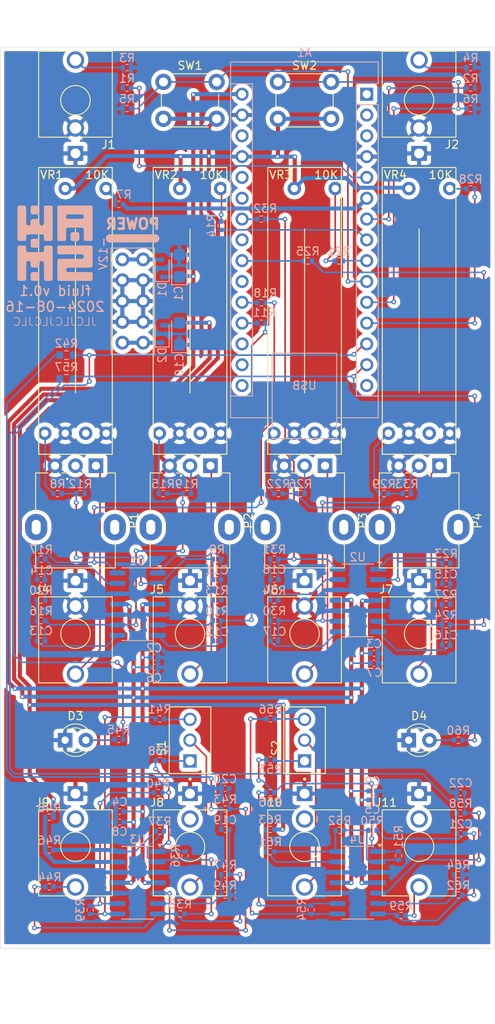
<source format=kicad_pcb>
(kicad_pcb (version 20240108) (generator "pcbnew") (generator_version "8.0")
  (layers (0 "F.Cu" signal) (31 "B.Cu" signal) (34 "B.Paste" user) (35 "F.Paste" user) (36 "B.SilkS" user "B.Silkscreen") (37 "F.SilkS" user "F.Silkscreen") (38 "B.Mask" user) (39 "F.Mask" user) (44 "Edge.Cuts" user))
  (net 0 "")
  (net 1 "CV IN 2")
  (net 2 "+5V")
  (net 4 "CV IN LED 4")
  (net 6 "Gate 2")
  (net 8 "CV IN 1")
  (net 10 "CV IN 4")
  (net 11 "+12V")
  (net 12 "CV IN LED 1")
  (net 13 "GND")
  (net 14 "Gate 1")
  (net 15 "CV IN LED 2")
  (net 17 "+3V3")
  (net 22 "Button 2")
  (net 24 "CV IN 3")
  (net 25 "CV IN LED 3")
  (net 26 "Button 1")
  (net 27 "-12V")
  (net 28 "Net-(U2A--)")
  (net 29 "Net-(U2B--)")
  (net 30 "Net-(U2C--)")
  (net 31 "Net-(C11-Pad1)")
  (net 32 "Net-(U2D--)")
  (net 34 "Net-(U3A--)")
  (net 35 "Net-(U3B--)")
  (net 36 "CV OUT 1")
  (net 37 "Net-(U3C--)")
  (net 38 "Net-(C15-Pad2)")
  (net 39 "Net-(U3D--)")
  (net 40 "Net-(C16-Pad2)")
  (net 41 "Net-(U4B-+)")
  (net 42 "Net-(C19-Pad2)")
  (net 43 "Net-(C19-Pad1)")
  (net 44 "CV OUT 2")
  (net 45 "Net-(D1-A)")
  (net 46 "Net-(D2-K)")
  (net 47 "Net-(D3-A)")
  (net 48 "Net-(D4-A)")
  (net 49 "Net-(J1-PadT)")
  (net 50 "Net-(J2-PadT)")
  (net 51 "Net-(J4-PadT)")
  (net 52 "Net-(J5-PadT)")
  (net 53 "Net-(J6-PadT)")
  (net 54 "Net-(J7-PadT)")
  (net 55 "Net-(J8-PadT)")
  (net 56 "Net-(J11-PadT)")
  (net 57 "Net-(P2-Pad2)")
  (net 58 "Net-(P4-Pad2)")
  (net 59 "Net-(U1A--)")
  (net 60 "Net-(U1B--)")
  (net 61 "Net-(U4A--)")
  (net 62 "Net-(R36-Pad1)")
  (net 63 "-5VA")
  (net 64 "Net-(U4C--)")
  (net 65 "Net-(R39-Pad1)")
  (net 66 "Net-(U4D--)")
  (net 67 "Net-(U4B--)")
  (net 68 "Net-(C12-Pad1)")
  (net 69 "Net-(R51-Pad1)")
  (net 70 "-5VB")
  (net 71 "Net-(C13-Pad1)")
  (net 72 "Net-(R54-Pad1)")
  (net 73 "Net-(U1C--)")
  (net 74 "Net-(U1D--)")
  (net 75 "Net-(J9-PadT)")
  (net 76 "Net-(J10-PadT)")
  (net 77 "Net-(R38-Pad1)")
  (net 78 "Net-(R41-Pad1)")
  (net 79 "Net-(R56-Pad1)")
  (net 80 "Net-(VR1B-2)")
  (net 81 "Net-(VR1A-A)")
  (net 82 "Net-(VR2B-2)")
  (net 83 "Net-(VR2A-A)")
  (net 84 "Net-(VR3B-2)")
  (net 85 "Net-(VR3A-A)")
  (net 86 "Net-(VR4B-2)")
  (net 87 "Net-(VR4A-A)")
  (net 92 "Net-(C17-Pad1)")
  (net 93 "Net-(C18-Pad2)")
  (net 94 "Net-(U3B-+)")
  (net 95 "Net-(C14-Pad1)")
  (net 96 "Net-(R53-Pad2)")
  (net 101 "Net-(P1-Pad2)")
  (net 102 "Net-(P3-Pad2)")
  (net 103 "Net-(C21-Pad2)")
  (net 104 "Net-(C21-Pad1)")
  (footprint "PJ398SM:Jack_3.5mm_QingPu_WQP-PJ398SM_Vertical_CircularHoles_3dModel" (layer "F.Cu") (at 76.2 31.5 180)
    (property "Reference" "J2")
    (property "Value" "Gate 2")
  )
  (footprint "PJ398SM:Jack_3.5mm_QingPu_WQP-PJ398SM_Vertical_CircularHoles_3dModel" (layer "F.Cu") (at 62.2 96.6)
    (property "Reference" "J6")
    (property "Value" "CV Input 3")
  )
  (footprint "PJ398SM:Jack_3.5mm_QingPu_WQP-PJ398SM_Vertical_CircularHoles_3dModel" (layer "F.Cu") (at 34.2 31.5 180)
    (property "Reference" "J1")
    (property "Value" "Gate 1")
  )
  (footprint "PJ398SM:Jack_3.5mm_QingPu_WQP-PJ398SM_Vertical_CircularHoles_3dModel" (layer "F.Cu") (at 34.2 122.6)
    (property "Reference" "J9")
    (property "Value" "CV Out 1")
  )
  (footprint "PJ398SM:Jack_3.5mm_QingPu_WQP-PJ398SM_Vertical_CircularHoles_3dModel" (layer "F.Cu") (at 48.2 96.6)
    (property "Reference" "J5")
    (property "Value" "CV Input 2")
  )
  (footprint "RA2045F:Pot_Slider_LED_20mm_RA2045F" (layer "F.Cu") (at 76.2 57.2)
    (property "Reference" "VR4")
    (property "Value" "10K")
  )
  (footprint "PJ398SM:Jack_3.5mm_QingPu_WQP-PJ398SM_Vertical_CircularHoles_3dModel" (layer "F.Cu") (at 34.2 96.6)
    (property "Reference" "J4")
    (property "Value" "CV Input 1")
  )
  (footprint "Potentiometer_THT:Potentiometer_Alpha_RD901F-40-00D_Single_Vertical" (layer "F.Cu") (at 76.2 83.6 -90)
    (property "Reference" "P4")
    (property "Value" "B10K")
  )
  (footprint "Button_Switch_THT:SW_PUSH_6mm" (layer "F.Cu") (at 62.2 31.5)
    (property "Reference" "SW2")
    (property "Value" "Button")
  )
  (footprint "PJ398SM:Jack_3.5mm_QingPu_WQP-PJ398SM_Vertical_CircularHoles_3dModel" (layer "F.Cu") (at 76.2 96.6)
    (property "Reference" "J7")
    (property "Value" "CV Input 4")
  )
  (footprint "RA2045F:Pot_Slider_LED_20mm_RA2045F" (layer "F.Cu") (at 62.2 57.2)
    (property "Reference" "VR3")
    (property "Value" "10K")
  )
  (footprint "RA2045F:Pot_Slider_LED_20mm_RA2045F" (layer "F.Cu") (at 48.2 57.2)
    (property "Reference" "VR2")
    (property "Value" "10K")
  )
  (footprint "PJ398SM:Jack_3.5mm_QingPu_WQP-PJ398SM_Vertical_CircularHoles_3dModel" (layer "F.Cu") (at 48.2 122.6)
    (property "Reference" "J8")
    (property "Value" "Bipolar/Inverted 1")
  )
  (footprint "LED_THT:LED_D3.0mm" (layer "F.Cu") (at 76.2 109.6)
    (property "Reference" "D4")
    (property "Value" "LED")
  )
  (footprint "Potentiometer_THT:Potentiometer_Alpha_RD901F-40-00D_Single_Vertical" (layer "F.Cu") (at 62.2 83.6 -90)
    (property "Reference" "P3")
    (property "Value" "B10K")
  )
  (footprint "2MS1T1B1M2QES:SW_2MS1T1B1M2QES" (layer "F.Cu") (at 62.2 109.6 90)
    (property "Reference" "S2")
    (property "Value" "SW_SPDT")
  )
  (footprint "Potentiometer_THT:Potentiometer_Alpha_RD901F-40-00D_Single_Vertical" (layer "F.Cu") (at 34.2 83.6 -90)
    (property "Reference" "P1")
    (property "Value" "B10K")
  )
  (footprint "Button_Switch_THT:SW_PUSH_6mm" (layer "F.Cu") (at 48.2 31.5)
    (property "Reference" "SW1")
    (property "Value" "Button")
  )
  (footprint "PJ398SM:Jack_3.5mm_QingPu_WQP-PJ398SM_Vertical_CircularHoles_3dModel" (layer "F.Cu") (at 76.2 122.6)
    (property "Reference" "J11")
    (property "Value" "CV Out 2")
  )
  (footprint "LED_THT:LED_D3.0mm" (layer "F.Cu") (at 34.2 109.6)
    (property "Reference" "D3")
    (property "Value" "LED")
  )
  (footprint "2MS1T1B1M2QES:SW_2MS1T1B1M2QES" (layer "F.Cu") (at 48.2 109.6 90)
    (property "Reference" "S1")
    (property "Value" "SW_SPDT")
  )
  (footprint "PJ398SM:Jack_3.5mm_QingPu_WQP-PJ398SM_Vertical_CircularHoles_3dModel" (layer "F.Cu") (at 62.2 122.6)
    (property "Reference" "J10")
    (property "Value" "Bipolar/Inverted 2")
  )
  (footprint "RA2045F:Pot_Slider_LED_20mm_RA2045F" (layer "F.Cu") (at 34.2 57.2)
    (property "Reference" "VR1")
    (property "Value" "10K")
  )
  (footprint "Potentiometer_THT:Potentiometer_Alpha_RD901F-40-00D_Single_Vertical" (layer "F.Cu") (at 48.2 83.6 -90)
    (property "Reference" "P2")
    (property "Value" "B10K")
  )
  (footprint "Resistor_SMD:R_0402_1005Metric" (layer "B.Cu") (at 79.5 88 180)
    (property "Reference" "R23")
    (property "Value" "100k")
  )
  (footprint "Module:Arduino_Nano" (layer "B.Cu") (at 69.8 30.75 180)
    (property "Reference" "A1")
    (property "Value" "Arduino_Nano_v3.x")
  )
  (footprint "Resistor_SMD:R_0402_1005Metric" (layer "B.Cu") (at 70.5 120.6)
    (property "Reference" "R50")
    (property "Value" "10k")
  )
  (footprint "Resistor_SMD:R_0402_1005Metric" (layer "B.Cu") (at 52.51 118)
    (property "Reference" "R43")
    (property "Value" "27k")
  )
  (footprint "Resistor_SMD:R_0402_1005Metric" (layer "B.Cu") (at 73.7 123.7 -90)
    (property "Reference" "R51")
    (property "Value" "20k")
  )
  (footprint "Capacitor_Tantalum_SMD:CP_EIA-3216-18_Kemet-A" (layer "B.Cu") (at 46.9 60 90)
    (property "Reference" "C10")
    (property "Value" "10u")
  )
  (footprint "Resistor_SMD:R_0402_1005Metric" (layer "B.Cu") (at 32.01 79.5 180)
    (property "Reference" "R8")
    (property "Value" "100k")
  )
  (footprint "Capacitor_Tantalum_SMD:CP_EIA-3216-18_Kemet-A" (layer "B.Cu") (at 46.9 51.7 90)
    (property "Reference" "C1")
    (property "Value" "10u")
  )
  (footprint "Resistor_SMD:R_0402_1005Metric" (layer "B.Cu") (at 51.5 87.5)
    (property "Reference" "R9")
    (property "Value" "100k")
  )
  (footprint "Capacitor_SMD:C_0402_1005Metric" (layer "B.Cu") (at 51.5 90 180)
    (property "Reference" "C11")
    (property "Value" "47pF")
  )
  (footprint "Capacitor_SMD:C_0402_1005Metric" (layer "B.Cu") (at 30 90)
    (property "Reference" "C14")
    (property "Value" "1nF")
  )
  (footprint "Resistor_SMD:R_0402_1005Metric" (layer "B.Cu") (at 47.6 123.7 -90)
    (property "Reference" "R36")
    (property "Value" "20k")
  )
  (footprint "Resistor_SMD:R_0402_1005Metric" (layer "B.Cu") (at 44.5 112.1 180)
    (property "Reference" "R38")
    (property "Value" "1k")
  )
  (footprint "Resistor_SMD:R_0402_1005Metric" (layer "B.Cu") (at 79.49 95.5 180)
    (property "Reference" "R24")
    (property "Value" "100k")
  )
  (footprint "Capacitor_SMD:C_0402_1005Metric" (layer "B.Cu") (at 70.7 100.2 180)
    (property "Reference" "C7")
    (property "Value" "100n")
  )
  (footprint "Capacitor_SMD:C_0402_1005Metric" (layer "B.Cu") (at 58.5 97.5)
    (property "Reference" "C17")
    (property "Value" "47pF")
  )
  (footprint "Capacitor_SMD:C_0402_1005Metric" (layer "B.Cu") (at 52.5 120.5 180)
    (property "Reference" "C19")
    (property "Value" "6.8n")
  )
  (footprint "4ms_Connector:Pins_2x05_2.54mm_TH_EurorackPower" (layer "B.Cu") (at 41.2 56)
    (property "Reference" "J3")
    (property "Value" "Power")
  )
  (footprint "Resistor_SMD:R_0402_1005Metric" (layer "B.Cu") (at 58.03 112)
    (property "Reference" "R53")
    (property "Value" "1k")
  )
  (footprint "Resistor_SMD:R_0402_1005Metric" (layer "B.Cu") (at 81 109.6)
    (property "Reference" "R60")
    (property "Value" "300R")
  )
  (footprint "Resistor_SMD:R_0402_1005Metric" (layer "B.Cu") (at 58.5 87.5 180)
    (property "Reference" "R31")
    (property "Value" "100k")
  )
  (footprint "Capacitor_SMD:C_0402_1005Metric" (layer "B.Cu") (at 58.52 90)
    (property "Reference" "C18")
    (property "Value" "1nF")
  )
  (footprint "Resistor_SMD:R_0402_1005Metric" (layer "B.Cu") (at 62.6 51.1 180)
    (property "Reference" "R25")
    (property "Value" "10k")
  )
  (footprint "Resistor_SMD:R_0402_1005Metric" (layer "B.Cu") (at 61.7 79.5 180)
    (property "Reference" "R26")
    (property "Value" "100k")
  )
  (footprint "Resistor_SMD:R_0402_1005Metric" (layer "B.Cu") (at 30 92.5)
    (property "Reference" "R20")
    (property "Value" "100k")
  )
  (footprint "Diode_SMD:D_SOD-323" (layer "B.Cu") (at 44.8 52 90)
    (property "Reference" "D1")
    (property "Value" "1N5819")
  )
  (footprint "Resistor_SMD:R_0603_1608Metric" (layer "B.Cu") (at 33.1 62.6 180)
    (property "Reference" "R42")
    (property "Value" "13k")
  )
  (footprint "Resistor_SMD:R_0402_1005Metric" (layer "B.Cu") (at 82.5 30 180)
    (property "Reference" "R2")
    (property "Value" "10k")
  )
  (footprint "Resistor_SMD:R_0402_1005Metric" (layer "B.Cu") (at 34.8 79.5 180)
    (property "Reference" "R12")
    (property "Value" "100k")
  )
  (footprint "Resistor_SMD:R_0402_1005Metric" (layer "B.Cu") (at 82.5 27.5 180)
    (property "Reference" "R4")
    (property "Value" "100k")
  )
  (footprint "Capacitor_SMD:C_0402_1005Metric" (layer "B.Cu") (at 51.5 97.5 180)
    (property "Reference" "C12")
    (property "Value" "1nF")
  )
  (footprint "Resistor_SMD:R_0402_1005Metric" (layer "B.Cu") (at 52 46.8 -90)
    (property "Reference" "R14")
    (property "Value" "1k")
  )
  (footprint "Resistor_SMD:R_0402_1005Metric" (layer "B.Cu") (at 81.01 126 180)
    (property "Reference" "R64")
    (property "Value" "10k")
  )
  (footprint "AWSM:awsm_square" (layer "B.Cu") (at 31.7 48.9 180)
    (property "Reference" "G***" (hide yes))
    (property "Value" "LOGO" (hide yes))
  )
  (footprint "Resistor_SMD:R_0402_1005Metric" (layer "B.Cu") (at 44.5 120.7 180)
    (property "Reference" "R37")
    (property "Value" "10k")
  )
  (footprint "Resistor_SMD:R_0402_1005Metric" (layer "B.Cu") (at 59 79.5 180)
    (property "Reference" "R22")
    (property "Value" "100k")
  )
  (footprint "Diode_SMD:D_SOD-323" (layer "B.Cu") (at 44.8 60 90)
    (property "Reference" "D2")
    (property "Value" "1N5819")
  )
  (footprint "Capacitor_SMD:C_0402_1005Metric" (layer "B.Cu") (at 39.6 118.3)
    (property "Reference" "C4")
    (property "Value" "100n")
  )
  (footprint "Capacitor_SMD:C_0402_1005Metric" (layer "B.Cu") (at 43.8 99.5 180)
    (property "Reference" "C2")
    (property "Value" "100n")
  )
  (footprint "Capacitor_SMD:C_0402_1005Metric" (layer "B.Cu") (at 70.7 99 180)
    (property "Reference" "C3")
    (property "Value" "100n")
  )
  (footprint "Resistor_SMD:R_0402_1005Metric" (layer "B.Cu") (at 30 95 180)
    (property "Reference" "R16")
    (property "Value" "100k")
  )
  (footprint "Resistor_SMD:R_0402_1005Metric" (layer "B.Cu") (at 81.28 118.5 180)
    (property "Reference" "R58")
    (property "Value" "27k")
  )
  (footprint "Resistor_SMD:R_0402_1005Metric" (layer "B.Cu") (at 58.51 95 180)
    (property "Reference" "R30")
    (property "Value" "100k")
  )
  (footprint "Package_SO:SOIC-14_3.9x8.7mm_P1.27mm" (layer "B.Cu") (at 68.7 92.54 180)
    (property "Reference" "U2")
    (property "Value" "TL074")
  )
  (footprint "Package_SO:SOIC-14_3.9x8.7mm_P1.27mm" (layer "B.Cu") (at 41.8 127 180)
    (property "Reference" "U3")
    (property "Value" "TL074")
  )
  (footprint "Resistor_SMD:R_0402_1005Metric" (layer "B.Cu") (at 56.91 58.7 180)
    (property "Reference" "R11")
    (property "Value" "10k")
  )
  (footprint "Capacitor_SMD:C_0402_1005Metric" (layer "B.Cu") (at 39.6 119.6)
    (property "Reference" "C8")
    (property "Value" "100n")
  )
  (footprint "Resistor_SMD:R_0402_1005Metric" (layer "B.Cu") (at 56.91 56.2 180)
    (property "Reference" "R18")
    (property "Value" "10k")
  )
  (footprint "Resistor_SMD:R_0402_1005Metric" (layer "B.Cu") (at 52.51 126 180)
    (property "Reference" "R47")
    (property "Value" "10k")
  )
  (footprint "Resistor_SMD:R_0402_1005Metric" (layer "B.Cu") (at 40.5 32.5 180)
    (property "Reference" "R5")
    (property "Value" "10k")
  )
  (footprint "Resistor_SMD:R_0402_1005Metric" (layer "B.Cu") (at 40.5 30 180)
    (property "Reference" "R1")
    (property "Value" "10k")
  )
  (footprint "Resistor_SMD:R_0402_1005Metric" (layer "B.Cu") (at 58 123.2 180)
    (property "Reference" "R61")
    (property "Value" "10k")
  )
  (footprint "Capacitor_SMD:C_0402_1005Metric" (layer "B.Cu") (at 43.8 100.7 180)
    (property "Reference" "C6")
    (property "Value" "100n")
  )
  (footprint "Resistor_SMD:R_0402_1005Metric" (layer "B.Cu") (at 58 120.5)
    (property "Reference" "R63")
    (property "Value" "10k")
  )
  (footprint "Resistor_SMD:R_0402_1005Metric" (layer "B.Cu") (at 44.9 79.5 180)
    (property "Reference" "R15")
    (property "Value" "100k")
  )
  (footprint "Resistor_SMD:R_0402_1005Metric" (layer "B.Cu") (at 79.5 93)
    (property "Reference" "R27")
    (property "Value" "100k")
  )
  (footprint "Capacitor_SMD:C_0402_1005Metric" (layer "B.Cu") (at 70.5 115.8 180)
    (property "Reference" "C9")
    (property "Value" "100n")
  )
  (footprint "Resistor_SMD:R_0402_1005Metric" (layer "B.Cu") (at 31.01 123 180)
    (property "Reference" "R46")
    (property "Value" "10k")
  )
  (footprint "Resistor_SMD:R_0402_1005Metric" (layer "B.Cu") (at 58.5 92.5)
    (property "Reference" "R34")
    (property "Value" "100k")
  )
  (footprint "Resistor_SMD:R_0402_1005Metric" (layer "B.Cu") (at 39.5 44.2 180)
    (property "Reference" "R7")
    (property "Value" "1k")
  )
  (footprint "Resistor_SMD:R_0402_1005Metric" (layer "B.Cu") (at 74 131 180)
    (property "Reference" "R59")
    (property "Value" "1k")
  )
  (footprint "Resistor_SMD:R_0402_1005Metric" (layer "B.Cu") (at 66.4 51.1 180)
    (property "Reference" "R21")
    (property "Value" "1k")
  )
  (footprint "Resistor_SMD:R_0402_1005Metric" (layer "B.Cu") (at 74.7 79.5 180)
    (property "Reference" "R33")
    (property "Value" "100k")
  )
  (footprint "Resistor_SMD:R_0402_1005Metric" (layer "B.Cu") (at 47.81 79.5 180)
    (property "Reference" "R19")
    (property "Value" "100k")
  )
  (footprint "Capacitor_SMD:C_0402_1005Metric" (layer "B.Cu") (at 52.5 115.5 180)
    (property "Reference" "C20")
    (property "Value" "10n")
  )
  (footprint "Resistor_SMD:R_0402_1005Metric" (layer "B.Cu") (at 81 128.5 180)
    (property "Reference" "R62")
    (property "Value" "10k")
  )
  (footprint "Resistor_SMD:R_0402_1005Metric" (layer "B.Cu") (at 30 87.5 180)
    (property "Reference" "R17")
    (property "Value" "100k")
  )
  (footprint "Resistor_SMD:R_0402_1005Metric" (layer "B.Cu") (at 58.01 116)
    (property "Reference" "R55")
    (property "Value" "10k")
  )
  (footprint "Resistor_SMD:R_0402_1005Metric" (layer "B.Cu") (at 47 130.8 180)
    (property "Reference" "R35")
    (property "Value" "10k")
  )
  (footprint "Resistor_SMD:R_0402_1005Metric" (layer "B.Cu") (at 52.5 128.5 180)
    (property "Reference" "R49")
    (property "Value" "10k")
  )
  (footprint "Resistor_SMD:R_0402_1005Metric" (layer "B.Cu") (at 51.5 95)
    (property "Reference" "R10")
    (property "Value" "100k")
  )
  (footprint "Resistor_SMD:R_0402_1005Metric" (layer "B.Cu") (at 44.3 116)
    (property "Reference" "R40")
    (property "Value" "10k")
  )
  (footprint "Resistor_SMD:R_0402_1005Metric" (layer "B.Cu") (at 66.5 120.6 180)
    (property "Reference" "R52")
    (property "Value" "10k")
  )
  (footprint "Resistor_SMD:R_0603_1608Metric" (layer "B.Cu") (at 33.1 65.5 180)
    (property "Reference" "R57")
    (property "Value" "13k")
  )
  (footprint "Resistor_SMD:R_0402_1005Metric" (layer "B.Cu") (at 71.9 79.5 180)
    (property "Reference" "R29")
    (property "Value" "100k")
  )
  (footprint "Capacitor_SMD:C_0402_1005Metric" (layer "B.Cu") (at 79.5 98)
    (property "Reference" "C16")
    (property "Value" "1nF")
  )
  (footprint "Resistor_SMD:R_0402_1005Metric" (layer "B.Cu") (at 58.03 107 180)
    (property "Reference" "R56")
    (property "Value" "1k")
  )
  (footprint "Capacitor_SMD:C_0402_1005Metric" (layer "B.Cu") (at 81.28 116 180)
    (property "Reference" "C22")
    (property "Value" "10n")
  )
  (footprint "Package_SO:SOIC-14_3.9x8.7mm_P1.27mm" (layer "B.Cu") (at 68.7 127 180)
    (property "Reference" "U4")
    (property "Value" "TL074")
  )
  (footprint "Resistor_SMD:R_0402_1005Metric" (layer "B.Cu") (at 51.5 92.5)
    (property "Reference" "R13")
    (property "Value" "100k")
  )
  (footprint "Resistor_SMD:R_0402_1005Metric" (layer "B.Cu") (at 31.01 127.5)
    (property "Reference" "R44")
    (property "Value" "1k")
  )
  (footprint "Resistor_SMD:R_0402_1005Metric" (layer "B.Cu") (at 63 130.3 90)
    (property "Reference" "R54")
    (property "Value" "10k")
  )
  (footprint "Package_SO:SOIC-14_3.9x8.7mm_P1.27mm" (layer "B.Cu") (at 41.8 93 180)
    (property "Reference" "U1")
    (property "Value" "TL074")
  )
  (footprint "Capacitor_SMD:C_0402_1005Metric" (layer "B.Cu") (at 30 97.5)
    (property "Reference" "C13")
    (property "Value" "47pF")
  )
  (footprint "Capacitor_SMD:C_0402_1005Metric" (layer "B.Cu") (at 70.5 116.9 180)
    (property "Reference" "C5")
    (property "Value" "100n")
  )
  (footprint "Capacitor_SMD:C_0402_1005Metric" (layer "B.Cu") (at 81.3 121 180)
    (property "Reference" "C21")
    (property "Value" "6.8n")
  )
  (footprint "Resistor_SMD:R_0402_1005Metric" (layer "B.Cu") (at 56.91 46 180)
    (property "Reference" "R32")
    (property "Value" "10k")
  )
  (footprint "Resistor_SMD:R_0402_1005Metric" (layer "B.Cu") (at 40.5 27.5 180)
    (property "Reference" "R3")
    (property "Value" "100k")
  )
  (footprint "Resistor_SMD:R_0402_1005Metric" (layer "B.Cu") (at 39.5 109.5 180)
    (property "Reference" "R45")
    (property "Value" "300R")
  )
  (footprint "Resistor_SMD:R_0402_1005Metric" (layer "B.Cu") (at 82.5 32.5 180)
    (property "Reference" "R6")
    (property "Value" "10k")
  )
  (footprint "Resistor_SMD:R_0402_1005Metric" (layer "B.Cu") (at 82.5 42.3 180)
    (property "Reference" "R28")
    (property "Value" "1k")
  )
  (footprint "Resistor_SMD:R_0402_1005Metric" (layer "B.Cu") (at 36 130.3 90)
    (property "Reference" "R39")
    (property "Value" "10k")
  )
  (footprint "Resistor_SMD:R_0402_1005Metric" (layer "B.Cu") (at 44.5 107 180)
    (property "Reference" "R41")
    (property "Value" "1k")
  )
  (footprint "Resistor_SMD:R_0402_1005Metric" (layer "B.Cu") (at 31 119)
    (property "Reference" "R48")
    (property "Value" "10k")
  )
  (footprint "Capacitor_SMD:C_0402_1005Metric" (layer "B.Cu") (at 79.5 90.5)
    (property "Reference" "C15")
    (property "Value" "47pF")
  )
  (gr_line (start 85.4 135) (end 25 135) (stroke (width 0.05)) (layer "Edge.Cuts"))
  (gr_line (start 25 135) (end 25 25) (stroke (width 0.05)) (layer "Edge.Cuts"))
  (gr_line (start 85.4 25) (end 85.4 135) (stroke (width 0.05)) (layer "Edge.Cuts"))
  (gr_line (start 25 25) (end 85.4 25) (stroke (width 0.05)) (layer "Edge.Cuts"))
  (gr_text "JLCJLCJLCJLC" (at 31.7 59.1 0) (layer "B.SilkS") (effects (font (size 1 1) (thickness 0.1)) (justify bottom mirror)))
  (gr_text "fluid v0.1\n2024-08-16" (at 31.7 57.4 0) (layer "B.SilkS") (effects (font (size 1.2 1.2) (thickness 0.1875)) (justify bottom mirror)))
  (segment (start 56.4 56.2) (end 54.61 56.2) (width 0.2) (layer "B.Cu") (net 1))
  (segment (start 54.61 56.2) (end 54.56 56.15) (width 0.2) (layer "B.Cu") (net 1))
  (segment (start 30.6 68.1) (end 27.4 71.3) (width 0.5) (layer "F.Cu") (net 2))
  (segment (start 50.5 45.010661) (end 51.6 46.110661) (width 0.5) (layer "F.Cu") (net 2))
  (segment (start 27.4 71.3) (end 27.4 101.849389) (width 0.5) (layer "F.Cu") (net 2))
  (segment (start 50.5 38.3) (end 50.5 34.7) (width 0.5) (layer "F.Cu") (net 2))
  (segment (start 28.6 103.049389) (end 28.6 105.3) (width 0.5) (layer "F.Cu") (net 2))
  (segment (start 59.6 120.4) (end 59.5 120.5) (width 0.5) (layer "F.Cu") (net 2))
  (segment (start 28.6 113.9) (end 31.5 116.8) (width 0.5) (layer "F.Cu") (net 2))
  (segment (start 47.05032 42.1648) (end 46.95032 42.2648) (width 0.5) (layer "F.Cu") (net 2))
  (segment (start 46.4799 68.1) (end 30.6 68.1) (width 0.5) (layer "F.Cu") (net 2))
  (segment (start 58.95 38.32) (end 58.9 38.37) (width 0.5) (layer "F.Cu") (net 2))
  (segment (start 47.05032 38.34968) (end 47.05032 42.1648) (width 0.5) (layer "F.Cu") (net 2))
  (segment (start 59.6 105.3) (end 59.6 120.4) (width 0.5) (layer "F.Cu") (net 2))
  (segment (start 61 42.21512) (end 60.95032 42.2648) (width 0.5) (layer "F.Cu") (net 2))
  (segment (start 50.5 34.7) (end 51.45 33.75) (width 0.5) (layer "F.Cu") (net 2))
  (segment (start 51.6 46.110661) (end 51.6 62.9799) (width 0.5) (layer "F.Cu") (net 2))
  (segment (start 58.95 33.75) (end 58.95 38.32) (width 0.5) (layer "F.Cu") (net 2))
  (segment (start 28.6 105.3) (end 28.6 113.9) (width 0.5) (layer "F.Cu") (net 2))
  (segment (start 27.4 101.849389) (end 28.6 103.049389) (width 0.5) (layer "F.Cu") (net 2))
  (segment (start 51.6 62.9799) (end 46.4799 68.1) (width 0.5) (layer "F.Cu") (net 2))
  (segment (start 61 38.4) (end 61 42.21512) (width 0.5) (layer "F.Cu") (net 2))
  (segment (start 50.5 38.3) (end 50.5 45.010661) (width 0.5) (layer "F.Cu") (net 2))
  (via (at 59.5 120.5) (size 0.6) (drill 0.3) (layers "F.Cu" "B.Cu") (net 2))
  (via (at 28.6 105.3) (size 0.6) (drill 0.3) (layers "F.Cu" "B.Cu") (net 2))
  (via (at 31.5 116.8) (size 0.6) (drill 0.3) (layers "F.Cu" "B.Cu") (net 2))
  (via (at 61 38.4) (size 0.6) (drill 0.3) (layers "F.Cu" "B.Cu") (net 2))
  (via (at 47.05032 38.34968) (size 0.6) (drill 0.3) (layers "F.Cu" "B.Cu") (net 2))
  (via (at 58.9 38.37) (size 0.6) (drill 0.3) (layers "F.Cu" "B.Cu") (net 2))
  (via (at 50.5 38.3) (size 0.6) (drill 0.3) (layers "F.Cu" "B.Cu") (net 2))
  (via (at 59.6 105.3) (size 0.6) (drill 0.3) (layers "F.Cu" "B.Cu") (net 2))
  (segment (start 50.5 38.3) (end 47.1 38.3) (width 0.5) (layer "B.Cu") (net 2))
  (segment (start 38.01512 38.3) (end 34.05032 42.2648) (width 0.5) (layer "B.Cu") (net 2))
  (segment (start 47.05032 38.34968) (end 47.00064 38.3) (width 0.5) (layer "B.Cu") (net 2))
  (segment (start 50.5 38.3) (end 50.57 38.37) (width 0.5) (layer "B.Cu") (net 2))
  (segment (start 62.22582 40.9893) (end 67.2893 40.9893) (width 0.5) (layer "B.Cu") (net 2))
  (segment (start 68.46 42.16) (end 74.84552 42.16) (width 0.5) (layer "B.Cu") (net 2))
  (segment (start 60.97 38.37) (end 61 38.4) (width 0.5) (layer "B.Cu") (net 2))
  (segment (start 59.5 120.5) (end 58.51 120.5) (width 0.5) (layer "B.Cu") (net 2))
  (segment (start 58.9 38.37) (end 60.97 38.37) (width 0.5) (layer "B.Cu") (net 2))
  (segment (start 60.95032 42.2648) (end 62.22582 40.9893) (width 0.5) (layer "B.Cu") (net 2))
  (segment (start 67.2893 40.9893) (end 68.46 42.16) (width 0.5) (layer "B.Cu") (net 2))
  (segment (start 44.95 33.75) (end 51.45 33.75) (width 0.5) (layer "B.Cu") (net 2))
  (segment (start 65.45 33.75) (end 58.95 33.75) (width 0.5) (layer "B.Cu") (net 2))
  (segment (start 34.05032 42.2648) (end 32.95032 42.2648) (width 0.5) (layer "B.Cu") (net 2))
  (segment (start 47.00064 38.3) (end 38.01512 38.3) (width 0.5) (layer "B.Cu") (net 2))
  (segment (start 54.56 38.37) (end 58.9 38.37) (width 0.5) (layer "B.Cu") (net 2))
  (segment (start 31.51 116.81) (end 31.5 116.8) (width 0.5) (layer "B.Cu") (net 2))
  (segment (start 59.6 105.3) (end 28.6 105.3) (width 0.5) (layer "B.Cu") (net 2))
  (segment (start 31.51 119) (end 31.51 116.81) (width 0.5) (layer "B.Cu") (net 2))
  (segment (start 74.84552 42.16) (end 74.95032 42.2648) (width 0.5) (layer "B.Cu") (net 2))
  (segment (start 50.57 38.37) (end 54.56 38.37) (width 0.5) (layer "B.Cu") (net 2))
  (segment (start 47.1 38.3) (end 47.05032 38.34968) (width 0.5) (layer "B.Cu") (net 2))
  (segment (start 83 58.7) (end 83 43.3) (width 0.2) (layer "F.Cu") (net 4))
  (via (at 83 58.7) (size 0.6) (drill 0.3) (layers "F.Cu" "B.Cu") (net 4))
  (via (at 83 43.3) (size 0.6) (drill 0.3) (layers "F.Cu" "B.Cu") (net 4))
  (segment (start 83 42.31) (end 83.01 42.3) (width 0.2) (layer "B.Cu") (net 4))
  (segment (start 83 43.3) (end 83 42.31) (width 0.2) (layer "B.Cu") (net 4))
  (segment (start 69.8 58.69) (end 82.99 58.69) (width 0.2) (layer "B.Cu") (net 4))
  (segment (start 82.99 58.69) (end 83 58.7) (width 0.2) (layer "B.Cu") (net 4))
  (segment (start 72.5 30) (end 72.5 46) (width 0.2) (layer "F.Cu") (net 6))
  (via (at 72.5 46) (size 0.6) (drill 0.3) (layers "F.Cu" "B.Cu") (net 6))
  (via (at 72.5 30) (size 0.6) (drill 0.3) (layers "F.Cu" "B.Cu") (net 6))
  (segment (start 72.5 46) (end 72.49 45.99) (width 0.2) (layer "B.Cu") (net 6))
  (segment (start 72.49 45.99) (end 69.8 45.99) (width 0.2) (layer "B.Cu") (net 6))
  (segment (start 81.99 30) (end 72.5 30) (width 0.2) (layer "B.Cu") (net 6))
  (segment (start 54.57 58.7) (end 54.56 58.69) (width 0.2) (layer "B.Cu") (net 8))
  (segment (start 56.4 58.7) (end 54.57 58.7) (width 0.2) (layer "B.Cu") (net 8))
  (segment (start 54.57 46) (end 54.56 45.99) (width 0.2) (layer "B.Cu") (net 10))
  (segment (start 56.4 46) (end 54.57 46) (width 0.2) (layer "B.Cu") (net 10))
  (segment (start 42.4 103.3) (end 42.4 126.7) (width 0.5) (layer "F.Cu") (net 11))
  (segment (start 69.2 103.3) (end 69.2 92.7) (width 0.5) (layer "F.Cu") (net 11))
  (segment (start 45.9 66.7) (end 30.0201 66.7) (width 0.5) (layer "F.Cu") (net 11))
  (segment (start 69.2 103.3) (end 69.2 127) (width 0.5) (layer "F.Cu") (net 11))
  (segment (start 26 70.7201) (end 26 102.5) (width 0.5) (layer "F.Cu") (net 11))
  (segment (start 48.6 53) (end 48.6 64) (width 0.5) (layer "F.Cu") (net 11))
  (segment (start 42.4 126.7) (end 42.7 127) (width 0.5) (layer "F.Cu") (net 11))
  (segment (start 48.6 64) (end 45.9 66.7) (width 0.5) (layer "F.Cu") (net 11))
  (segment (start 48.6 30.8) (end 48.6 53) (width 0.5) (layer "F.Cu") (net 11))
  (segment (start 26 102.5) (end 26.8 103.3) (width 0.5) (layer "F.Cu") (net 11))
  (segment (start 30.0201 66.7) (end 26 70.7201) (width 0.5) (layer "F.Cu") (net 11))
  (segment (start 69.2 92.7) (end 69.3 92.6) (width 0.5) (layer "F.Cu") (net 11))
  (segment (start 42.4 103.3) (end 42.4 93.1) (width 0.5) (layer "F.Cu") (net 11))
  (via (at 48.6 53) (size 0.6) (drill 0.3) (layers "F.Cu" "B.Cu") (net 11))
  (via (at 42.4 93.1) (size 0.6) (drill 0.3) (layers "F.Cu" "B.Cu") (net 11))
  (via (at 42.4 118.3) (size 0.6) (drill 0.3) (layers "F.Cu" "B.Cu") (net 11))
  (via (at 69.2 103.3) (size 0.6) (drill 0.3) (layers "F.Cu" "B.Cu") (net 11))
  (via (at 69.2 99) (size 0.6) (drill 0.3) (layers "F.Cu" "B.Cu") (net 11))
  (via (at 26.8 103.3) (size 0.6) (drill 0.3) (layers "F.Cu" "B.Cu") (net 11))
  (via (at 69.2 127) (size 0.6) (drill 0.3) (layers "F.Cu" "B.Cu") (net 11))
  (via (at 69.3 92.6) (size 0.6) (drill 0.3) (layers "F.Cu" "B.Cu") (net 11))
  (via (at 48.6 30.8) (size 0.6) (drill 0.3) (layers "F.Cu" "B.Cu") (net 11))
  (via (at 42.4 103.3) (size 0.6) (drill 0.3) (layers "F.Cu" "B.Cu") (net 11))
  (via (at 69.2 116.9) (size 0.6) (drill 0.3) (layers "F.Cu" "B.Cu") (net 11))
  (via (at 42.7 127) (size 0.6) (drill 0.3) (layers "F.Cu" "B.Cu") (net 11))
  (via (at 42.4 99.5) (size 0.6) (drill 0.3) (layers "F.Cu" "B.Cu") (net 11))
  (segment (start 42.4 93.1) (end 42.5 93) (width 0.5) (layer "B.Cu") (net 11))
  (segment (start 47 52.95) (end 46.9 53.05) (width 0.5) (layer "B.Cu") (net 11))
  (segment (start 69.3 92.6) (end 71.115 92.6) (width 0.5) (layer "B.Cu") (net 11))
  (segment (start 48.54 53) (end 48.49 52.95) (width 0.5) (layer "B.Cu") (net 11))
  (segment (start 42.4 103.3) (end 69.2 103.3) (width 0.5) (layer "B.Cu") (net 11))
  (segment (start 44.8 53.05) (end 46.9 53.05) (width 0.5) (layer "B.Cu") (net 11))
  (segment (start 42.4 118.3) (end 40.08 118.3) (width 0.2) (layer "B.Cu") (net 11))
  (segment (start 43.717316 93) (end 44.275 93) (width 0.5) (layer "B.Cu") (net 11))
  (segment (start 69.2 127) (end 71.175 127) (width 0.5) (layer "B.Cu") (net 11))
  (segment (start 70.22 99) (end 69.2 99) (width 0.2) (layer "B.Cu") (net 11))
  (segment (start 69.2 116.9) (end 70.02 116.9) (width 0.2) (layer "B.Cu") (net 11))
  (segment (start 26.8 103.3) (end 42.4 103.3) (width 0.5) (layer "B.Cu") (net 11))
  (segment (start 54.56 30.75) (end 48.65 30.75) (width 0.5) (layer "B.Cu") (net 11))
  (segment (start 48.49 52.95) (end 47 52.95) (width 0.5) (layer "B.Cu") (net 11))
  (segment (start 48.6 53) (end 48.54 53) (width 0.5) (layer "B.Cu") (net 11))
  (segment (start 42.4 99.5) (end 43.32 99.5) (width 0.2) (layer "B.Cu") (net 11))
  (segment (start 42.7 127) (end 44.275 127) (width 0.5) (layer "B.Cu") (net 11))
  (segment (start 71.115 92.6) (end 71.175 92.54) (width 0.5) (layer "B.Cu") (net 11))
  (segment (start 42.5 93) (end 44.275 93) (width 0.5) (layer "B.Cu") (net 11))
  (segment (start 48.65 30.75) (end 48.6 30.8) (width 0.5) (layer "B.Cu") (net 11))
  (segment (start 40.01 44.2) (end 40.51 44.7) (width 0.5) (layer "B.Cu") (net 12))
  (segment (start 68.55 44.7) (end 69.8 43.45) (width 0.5) (layer "B.Cu") (net 12))
  (segment (start 40.51 44.7) (end 68.55 44.7) (width 0.5) (layer "B.Cu") (net 12))
  (via (at 47.1 77.3) (size 0.6) (drill 0.3) (layers "F.Cu" "B.Cu") (net 13))
  (via (at 33.2 77.7) (size 0.6) (drill 0.3) (layers "F.Cu" "B.Cu") (net 13))
  (segment (start 42 39.5) (end 42 30) (width 0.2) (layer "F.Cu") (net 14))
  (segment (start 69.71 41) (end 69.5 41) (width 0.2) (layer "F.Cu") (net 14))
  (segment (start 69.8 40.91) (end 69.71 41) (width 0.2) (layer "F.Cu") (net 14))
  (via (at 42 30) (size 0.6) (drill 0.3) (layers "F.Cu" "B.Cu") (net 14))
  (via (at 42 39.5) (size 0.6) (drill 0.3) (layers "F.Cu" "B.Cu") (net 14))
  (segment (start 68.01 40.91) (end 66.6 39.5) (width 0.2) (layer "B.Cu") (net 14))
  (segment (start 69.8 40.91) (end 68.01 40.91) (width 0.2) (layer "B.Cu") (net 14))
  (segment (start 66.6 39.5) (end 42 39.5) (width 0.2) (layer "B.Cu") (net 14))
  (segment (start 41.01 30) (end 42 30) (width 0.2) (layer "B.Cu") (net 14))
  (segment (start 68.58 47.31) (end 69.8 48.53) (width 0.2) (layer "B.Cu") (net 15))
  (segment (start 52 47.31) (end 68.58 47.31) (width 0.2) (layer "B.Cu") (net 15))
  (segment (start 73.1 56.1) (end 73.1 32.5) (width 0.2) (layer "F.Cu") (net 22))
  (segment (start 81 29.3) (end 81 32.5) (width 0.2) (layer "F.Cu") (net 22))
  (via (at 81 32.5) (size 0.6) (drill 0.3) (layers "F.Cu" "B.Cu") (net 22))
  (via (at 73.1 32.5) (size 0.6) (drill 0.3) (layers "F.Cu" "B.Cu") (net 22))
  (via (at 73.1 56.1) (size 0.6) (drill 0.3) (layers "F.Cu" "B.Cu") (net 22))
  (via (at 81 29.3) (size 0.6) (drill 0.3) (layers "F.Cu" "B.Cu") (net 22))
  (segment (start 81 32.5) (end 81.99 32.5) (width 0.2) (layer "B.Cu") (net 22))
  (segment (start 58.95 29.25) (end 65.45 29.25) (width 0.2) (layer "B.Cu") (net 22))
  (segment (start 65.45 29.25) (end 80.95 29.25) (width 0.2) (layer "B.Cu") (net 22))
  (segment (start 80.95 29.25) (end 81 29.3) (width 0.2) (layer "B.Cu") (net 22))
  (segment (start 73.1 56.1) (end 73.05 56.15) (width 0.2) (layer "B.Cu") (net 22))
  (segment (start 81 32.5) (end 73.1 32.5) (width 0.2) (layer "B.Cu") (net 22))
  (segment (start 73.05 56.15) (end 69.8 56.15) (width 0.2) (layer "B.Cu") (net 22))
  (segment (start 54.59 51.1) (end 54.56 51.07) (width 0.2) (layer "B.Cu") (net 24))
  (segment (start 62.09 51.1) (end 54.59 51.1) (width 0.2) (layer "B.Cu") (net 24))
  (segment (start 69.8 51.07) (end 66.94 51.07) (width 0.2) (layer "B.Cu") (net 25))
  (segment (start 66.94 51.07) (end 66.91 51.1) (width 0.2) (layer "B.Cu") (net 25))
  (segment (start 67.5 28) (end 67.5 53.6) (width 0.2) (layer "F.Cu") (net 26))
  (via (at 67.5 53.6) (size 0.6) (drill 0.3) (layers "F.Cu" "B.Cu") (net 26))
  (via (at 67.5 28) (size 0.6) (drill 0.3) (layers "F.Cu" "B.Cu") (net 26))
  (segment (start 67.9 53.6) (end 67.91 53.61) (width 0.2) (layer "B.Cu") (net 26))
  (segment (start 67.5 53.6) (end 67.9 53.6) (width 0.2) (layer "B.Cu") (net 26))
  (segment (start 51.45 29.25) (end 52.75 27.95) (width 0.2) (layer "B.Cu") (net 26))
  (segment (start 44.95 29.35) (end 41.8 32.5) (width 0.2) (layer "B.Cu") (net 26))
  (segment (start 41.8 32.5) (end 41.01 32.5) (width 0.2) (layer "B.Cu") (net 26))
  (segment (start 44.95 29.25) (end 51.45 29.25) (width 0.2) (layer "B.Cu") (net 26))
  (segment (start 67.45 27.95) (end 67.5 28) (width 0.2) (layer "B.Cu") (net 26))
  (segment (start 44.95 29.25) (end 44.95 29.35) (width 0.2) (layer "B.Cu") (net 26))
  (segment (start 67.91 53.61) (end 69.8 53.61) (width 0.2) (layer "B.Cu") (net 26))
  (segment (start 52.75 27.95) (end 67.45 27.95) (width 0.2) (layer "B.Cu") (net 26))
  (segment (start 41.3 104.4) (end 41.3 96.260661) (width 0.5) (layer "F.Cu") (net 27))
  (segment (start 50.55 58.65) (end 50.6 58.7) (width 0.5) (layer "F.Cu") (net 27))
  (segment (start 67.9 104.4) (end 67.9 92.5) (width 0.5) (layer "F.Cu") (net 27))
  (segment (start 41.3 126.7) (end 41 127) (width 0.5) (layer "F.Cu") (net 27))
  (segment (start 40.8 95.760661) (end 40.8 93.3) (width 0.5) (layer "F.Cu") (net 27))
  (segment (start 67.9 104.4) (end 67.9 127) (width 0.5) (layer "F.Cu") (net 27))
  (segment (start 26.7 71.01005) (end 26.7 102.139339) (width 0.5) (layer "F.Cu") (net 27))
  (segment (start 46.18995 67.4) (end 30.31005 67.4) (width 0.5) (layer "F.Cu") (net 27))
  (segment (start 30.31005 67.4) (end 26.7 71.01005) (width 0.5) (layer "F.Cu") (net 27))
  (segment (start 41.3 104.4) (end 41.3 126.7) (width 0.5) (layer "F.Cu") (net 27))
  (segment (start 50.6 62.98995) (end 46.18995 67.4) (width 0.5) (layer "F.Cu") (net 27))
  (segment (start 27.7 103.139339) (end 27.7 104.3) (width 0.5) (layer "F.Cu") (net 27))
  (segment (start 26.7 102.139339) (end 27.7 103.139339) (width 0.5) (layer "F.Cu") (net 27))
  (segment (start 41.3 96.260661) (end 40.8 95.760661) (width 0.5) (layer "F.Cu") (net 27))
  (segment (start 50.6 58.7) (end 50.6 62.98995) (width 0.5) (layer "F.Cu") (net 27))
  (via (at 67.9 92.5) (size 0.6) (drill 0.3) (layers "F.Cu" "B.Cu") (net 27))
  (via (at 41.3 119.6) (size 0.6) (drill 0.3) (layers "F.Cu" "B.Cu") (net 27))
  (via (at 50.55 58.65) (size 0.6) (drill 0.3) (layers "F.Cu" "B.Cu") (net 27))
  (via (at 41.3 104.4) (size 0.6) (drill 0.3) (layers "F.Cu" "B.Cu") (net 27))
  (via (at 27.7 104.3) (size 0.6) (drill 0.3) (layers "F.Cu" "B.Cu") (net 27))
  (via (at 41 127) (size 0.6) (drill 0.3) (layers "F.Cu" "B.Cu") (net 27))
  (via (at 40.8 93.3) (size 0.6) (drill 0.3) (layers "F.Cu" "B.Cu") (net 27))
  (via (at 67.9 100.2) (size 0.6) (drill 0.3) (layers "F.Cu" "B.Cu") (net 27))
  (via (at 67.9 104.4) (size 0.6) (drill 0.3) (layers "F.Cu" "B.Cu") (net 27))
  (via (at 67.9 127) (size 0.6) (drill 0.3) (layers "F.Cu" "B.Cu") (net 27))
  (via (at 41.3 100.7) (size 0.6) (drill 0.3) (layers "F.Cu" "B.Cu") (net 27))
  (via (at 67.9 115.8) (size 0.6) (drill 0.3) (layers "F.Cu" "B.Cu") (net 27))
  (segment (start 40.5 93) (end 39.325 93) (width 0.5) (layer "B.Cu") (net 27))
  (segment (start 41.3 104.4) (end 41.2 104.3) (width 0.5) (layer "B.Cu") (net 27))
  (segment (start 41.3 100.7) (end 43.32 100.7) (width 0.2) (layer "B.Cu") (net 27))
  (segment (start 41.2 104.3) (end 27.7 104.3) (width 0.5) (layer "B.Cu") (net 27))
  (segment (start 41.3 104.4) (end 67.9 104.4) (width 0.5) (layer "B.Cu") (net 27))
  (segment (start 40.8 93.3) (end 40.5 93) (width 0.5) (layer "B.Cu") (net 27))
  (segment (start 70.22 100.2) (end 67.9 100.2) (width 0.2) (layer "B.Cu") (net 27))
  (segment (start 67.9 92.5) (end 66.265 92.5) (width 0.5) (layer "B.Cu") (net 27))
  (segment (start 41 127) (end 39.325 127) (width 0.5) (layer "B.Cu") (net 27))
  (segment (start 67.9 127) (end 66.225 127) (width 0.5) (layer "B.Cu") (net 27))
  (segment (start 70.02 115.8) (end 67.9 115.8) (width 0.2) (layer "B.Cu") (net 27))
  (segment (start 46.9 58.65) (end 50.55 58.65) (width 0.5) (layer "B.Cu") (net 27))
  (segment (start 40.08 119.6) (end 41.3 119.6) (width 0.2) (layer "B.Cu") (net 27))
  (segment (start 46.6 58.95) (end 46.9 58.65) (width 0.5) (layer "B.Cu") (net 27))
  (segment (start 66.265 92.5) (end 66.225 92.54) (width 0.5) (layer "B.Cu") (net 27))
  (segment (start 44.8 58.95) (end 46.6 58.95) (width 0.5) (layer "B.Cu") (net 27))
  (segment (start 73.6 81.2) (end 73.6 90) (width 0.2) (layer "F.Cu") (net 28))
  (via (at 73.6 81.2) (size 0.6) (drill 0.3) (layers "F.Cu" "B.Cu") (net 28))
  (via (at 73.6 90) (size 0.6) (drill 0.3) (layers "F.Cu" "B.Cu") (net 28))
  (segment (start 62.89 81.2) (end 61.19 79.5) (width 0.2) (layer "B.Cu") (net 28))
  (segment (start 78.79 87.8) (end 78.99 88) (width 0.2) (layer "B.Cu") (net 28))
  (segment (start 78.99 88) (end 78.99 90.47) (width 0.2) (layer "B.Cu") (net 28))
  (segment (start 78.99 90.47) (end 79.02 90.5) (width 0.2) (layer "B.Cu") (net 28))
  (segment (start 73.6 90) (end 71.175 90) (width 0.2) (layer "B.Cu") (net 28))
  (segment (start 73.6 90) (end 73.6 87.9) (width 0.2) (layer "B.Cu") (net 28))
  (segment (start 73.6 81.2) (end 62.89 81.2) (width 0.2) (layer "B.Cu") (net 28))
  (segment (start 59.51 79.5) (end 61.19 79.5) (width 0.2) (layer "B.Cu") (net 28))
  (segment (start 73.7 87.8) (end 78.79 87.8) (width 0.2) (layer "B.Cu") (net 28))
  (segment (start 73.6 87.9) (end 73.7 87.8) (width 0.2) (layer "B.Cu") (net 28))
  (segment (start 78.98 95.5) (end 78.98 95.68) (width 0.2) (layer "B.Cu") (net 29))
  (segment (start 78.98 95.5) (end 71.595 95.5) (width 0.2) (layer "B.Cu") (net 29))
  (segment (start 79.02 95.72) (end 79.02 98) (width 0.2) (layer "B.Cu") (net 29))
  (segment (start 78.99 93) (end 78.99 95.49) (width 0.2) (layer "B.Cu") (net 29))
  (segment (start 71.595 95.5) (end 71.175 95.08) (width 0.2) (layer "B.Cu") (net 29))
  (segment (start 78.98 95.68) (end 79.02 95.72) (width 0.2) (layer "B.Cu") (net 29))
  (segment (start 78.99 95.49) (end 78.98 95.5) (width 0.2) (layer "B.Cu") (net 29))
  (segment (start 64.4 80.6) (end 64.4 95) (width 0.2) (layer "F.Cu") (net 30))
  (via (at 64.4 95) (size 0.6) (drill 0.3) (layers "F.Cu" "B.Cu") (net 30))
  (via (at 64.4 80.6) (size 0.6) (drill 0.3) (layers "F.Cu" "B.Cu") (net 30))
  (segment (start 71.31 80.6) (end 64.4 80.6) (width 0.2) (layer "B.Cu") (net 30))
  (segment (start 72.41 79.5) (end 71.31 80.6) (width 0.2) (layer "B.Cu") (net 30))
  (segment (start 59.02 95) (end 59.02 97.46) (width 0.2) (layer "B.Cu") (net 30))
  (segment (start 59.02 95) (end 64.4 95) (width 0.2) (layer "B.Cu") (net 30))
  (segment (start 59.02 97.46) (end 58.98 97.5) (width 0.2) (layer "B.Cu") (net 30))
  (segment (start 64.4 95) (end 66.145 95) (width 0.2) (layer "B.Cu") (net 30))
  (segment (start 72.41 79.5) (end 74.19 79.5) (width 0.2) (layer "B.Cu") (net 30))
  (segment (start 66.145 95) (end 66.225 95.08) (width 0.2) (layer "B.Cu") (net 30))
  (segment (start 51.98 87.72) (end 51.98 90) (width 0.2) (layer "B.Cu") (net 31))
  (segment (start 52.01 87.69) (end 51.98 87.72) (width 0.2) (layer "B.Cu") (net 31))
  (segment (start 44.275 89.19) (end 46.365 87.1) (width 0.2) (layer "B.Cu") (net 31))
  (segment (start 50.4 87.1) (end 50.7 86.8) (width 0.2) (layer "B.Cu") (net 31))
  (segment (start 50.7 86.8) (end 51.31 86.8) (width 0.2) (layer "B.Cu") (net 31))
  (segment (start 51.98 90.28) (end 52.01 90.31) (width 0.2) (layer "B.Cu") (net 31))
  (segment (start 51.31 86.8) (end 52.01 87.5) (width 0.2) (layer "B.Cu") (net 31))
  (segment (start 52.01 87.5) (end 52.01 87.69) (width 0.2) (layer "B.Cu") (net 31))
  (segment (start 52.01 90.31) (end 52.01 92.5) (width 0.2) (layer "B.Cu") (net 31))
  (segment (start 51.98 90) (end 51.98 90.28) (width 0.2) (layer "B.Cu") (net 31))
  (segment (start 46.365 87.1) (end 50.4 87.1) (width 0.2) (layer "B.Cu") (net 31))
  (segment (start 63.005 91.8) (end 57.99 91.8) (width 0.2) (layer "B.Cu") (net 32))
  (segment (start 58.04 90) (end 58.04 87.55) (width 0.2) (layer "B.Cu") (net 32))
  (segment (start 57.99 92.5) (end 57.99 91.8) (width 0.2) (layer "B.Cu") (net 32))
  (segment (start 64.805 90) (end 63.005 91.8) (width 0.2) (layer "B.Cu") (net 32))
  (segment (start 57.99 91.8) (end 57.99 90.05) (width 0.2) (layer "B.Cu") (net 32))
  (segment (start 57.99 90.05) (end 58.04 90) (width 0.2) (layer "B.Cu") (net 32))
  (segment (start 66.225 90) (end 64.805 90) (width 0.2) (layer "B.Cu") (net 32))
  (segment (start 58.04 87.55) (end 57.99 87.5) (width 0.2) (layer "B.Cu") (net 32))
  (segment (start 50.8 130.8) (end 50.8 124.2) (width 0.2) (layer "F.Cu") (net 34))
  (via (at 50.8 130.8) (size 0.6) (drill 0.3) (layers "F.Cu" "B.Cu") (net 34))
  (via (at 50.8 124.2) (size 0.6) (drill 0.3) (layers "F.Cu" "B.Cu") (net 34))
  (segment (start 43.56 124.46) (end 44.275 124.46) (width 0.2) (layer "B.Cu") (net 34))
  (segment (start 50.8 130.8) (end 47.51 130.8) (width 0.2) (layer "B.Cu") (net 34))
  (segment (start 47.6 124.21) (end 44.525 124.21) (width 0.2) (layer "B.Cu") (net 34))
  (segment (start 50.8 124.2) (end 50.79 124.21) (width 0.2) (layer "B.Cu") (net 34))
  (segment (start 44.525 124.21) (end 44.275 124.46) (width 0.2) (layer "B.Cu") (net 34))
  (segment (start 45.01 120.7) (end 43 122.71) (width 0.2) (layer "B.Cu") (net 34))
  (segment (start 50.79 124.21) (end 47.6 124.21) (width 0.2) (layer "B.Cu") (net 34))
  (segment (start 43 122.71) (end 43 123.9) (width 0.2) (layer "B.Cu") (net 34))
  (segment (start 43 123.9) (end 43.56 124.46) (width 0.2) (layer "B.Cu") (net 34))
  (segment (start 50.95 129.54) (end 44.275 129.54) (width 0.2) (layer "B.Cu") (net 35))
  (segment (start 52 126) (end 52 128.49) (width 0.2) (layer "B.Cu") (net 35))
  (segment (start 52 128.49) (end 51.99 128.5) (width 0.2) (layer "B.Cu") (net 35))
  (segment (start 51.99 128.5) (end 50.95 129.54) (width 0.2) (layer "B.Cu") (net 35))
  (segment (start 39.3 100.1) (end 40 100.8) (width 0.2) (layer "F.Cu") (net 36))
  (segment (start 40 100.8) (end 40 107.4) (width 0.2) (layer "F.Cu") (net 36))
  (segment (start 68.23 62.5) (end 69.5 61.23) (width 0.2) (layer "F.Cu") (net 36))
  (segment (start 35.9 62.6) (end 35.9 65.8) (width 0.2) (layer "F.Cu") (net 36))
  (segment (start 69.5 61.23) (end 69.8 61.23) (width 0.2) (layer "F.Cu") (net 36))
  (via (at 35.9 62.6) (size 0.6) (drill 0.3) (layers "F.Cu" "B.Cu") (net 36))
  (via (at 35.9 65.8) (size 0.6) (drill 0.3) (layers "F.Cu" "B.Cu") (net 36))
  (via (at 68.23 62.5) (size 0.6) (drill 0.3) (layers "F.Cu" "B.Cu") (net 36))
  (via (at 40 107.4) (size 0.6) (drill 0.3) (layers "F.Cu" "B.Cu") (net 36))
  (via (at 39.3 100.1) (size 0.6) (drill 0.3) (layers "F.Cu" "B.Cu") (net 36))
  (segment (start 68.13 62.6) (end 35.9 62.6) (width 0.2) (layer "B.Cu") (net 36))
  (segment (start 40 107.4) (end 40 109.49) (width 0.2) (layer "B.Cu") (net 36))
  (segment (start 26.6 72.5) (end 26.6 99.1) (width 0.2) (layer "B.Cu") (net 36))
  (segment (start 35.9 65.8) (end 35.425 66.275) (width 0.2) (layer "B.Cu") (net 36))
  (segment (start 26.6 99.1) (end 27.6 100.1) (width 0.2) (layer "B.Cu") (net 36))
  (segment (start 35.9 62.6) (end 33.925 62.6) (width 0.2) (layer "B.Cu") (net 36))
  (segment (start 68.23 62.5) (end 68.13 62.6) (width 0.2) (layer "B.Cu") (net 36))
  (segment (start 32.825 66.275) (end 26.6 72.5) (width 0.2) (layer "B.Cu") (net 36))
  (segment (start 40 109.49) (end 40.01 109.5) (width 0.2) (layer "B.Cu") (net 36))
  (segment (start 27.6 100.1) (end 39.3 100.1) (width 0.2) (layer "B.Cu") (net 36))
  (segment (start 35.425 66.275) (end 32.825 66.275) (width 0.2) (layer "B.Cu") (net 36))
  (segment (start 37.2 129.54) (end 37.2 117.3) (width 0.2) (layer "F.Cu") (net 37))
  (via (at 37.2 117.3) (size 0.6) (drill 0.3) (layers "F.Cu" "B.Cu") (net 37))
  (via (at 37.2 129.54) (size 0.6) (drill 0.3) (layers "F.Cu" "B.Cu") (net 37))
  (segment (start 38.5 116) (end 37.2 117.3) (width 0.2) (layer "B.Cu") (net 37))
  (segment (start 37.2 129.54) (end 39.325 129.54) (width 0.2) (layer "B.Cu") (net 37))
  (segment (start 37.2 129.54) (end 36.95 129.79) (width 0.2) (layer "B.Cu") (net 37))
  (segment (start 43.79 116) (end 38.5 116) (width 0.2) (layer "B.Cu") (net 37))
  (segment (start 36.95 129.79) (end 36 129.79) (width 0.2) (layer "B.Cu") (net 37))
  (segment (start 72.525 87.38) (end 71.175 88.73) (width 0.2) (layer "B.Cu") (net 38))
  (segment (start 80.01 90.47) (end 79.98 90.5) (width 0.2) (layer "B.Cu") (net 38))
  (segment (start 80.01 88) (end 79.39 87.38) (width 0.2) (layer "B.Cu") (net 38))
  (segment (start 79.39 87.38) (end 72.525 87.38) (width 0.2) (layer "B.Cu") (net 38))
  (segment (start 80.01 88) (end 80.01 90.47) (width 0.2) (layer "B.Cu") (net 38))
  (segment (start 79.98 90.5) (end 79.98 92.97) (width 0.2) (layer "B.Cu") (net 38))
  (segment (start 79.98 92.97) (end 80.01 93) (width 0.2) (layer "B.Cu") (net 38))
  (segment (start 30.5 123) (end 30.5 123.319999) (width 0.5) (layer "B.Cu") (net 39))
  (segment (start 31.640001 124.46) (end 39.325 124.46) (width 0.5) (layer "B.Cu") (net 39))
  (segment (start 30.49 122.99) (end 30.5 123) (width 0.5) (layer "B.Cu") (net 39))
  (segment (start 30.5 123.319999) (end 31.640001 124.46) (width 0.5) (layer "B.Cu") (net 39))
  (segment (start 30.49 119) (end 30.49 122.99) (width 0.5) (layer "B.Cu") (net 39))
  (segment (start 84.1 52.5) (end 84.1 95.5) (width 0.2) (layer "F.Cu") (net 40))
  (via (at 84.1 52.5) (size 0.6) (drill 0.3) (layers "F.Cu" "B.Cu") (net 40))
  (via (at 84.1 95.5) (size 0.6) (drill 0.3) (layers "F.Cu" "B.Cu") (net 40))
  (segment (start 63.11 51.1) (end 64.51 52.5) (width 0.2) (layer "B.Cu") (net 40))
  (segment (start 71.175 96.35) (end 73.435 98.61) (width 0.2) (layer "B.Cu") (net 40))
  (segment (start 73.435 98.61) (end 79.37 98.61) (width 0.2) (layer "B.Cu") (net 40))
  (segment (start 84.1 95.5) (end 80 95.5) (width 0.2) (layer "B.Cu") (net 40))
  (segment (start 79.98 95.52) (end 80 95.5) (width 0.2) (layer "B.Cu") (net 40))
  (segment (start 79.37 98.61) (end 79.98 98) (width 0.2) (layer "B.Cu") (net 40))
  (segment (start 64.51 52.5) (end 84.1 52.5) (width 0.2) (layer "B.Cu") (net 40))
  (segment (start 79.98 98) (end 79.98 95.52) (width 0.2) (layer "B.Cu") (net 40))
  (segment (start 83.5 124.2) (end 83.5 118.5) (width 0.2) (layer "F.Cu") (net 41))
  (via (at 83.5 118.5) (size 0.6) (drill 0.3) (layers "F.Cu" "B.Cu") (net 41))
  (via (at 83.5 124.2) (size 0.6) (drill 0.3) (layers "F.Cu" "B.Cu") (net 41))
  (segment (start 71.175 128.27) (end 72.149999 128.27) (width 0.2) (layer "B.Cu") (net 41))
  (segment (start 72.149999 128.27) (end 76.219999 124.2) (width 0.2) (layer "B.Cu") (net 41))
  (segment (start 81.76 116) (end 81.76 118.47) (width 0.2) (layer "B.Cu") (net 41))
  (segment (start 81.76 118.47) (end 81.79 118.5) (width 0.2) (layer "B.Cu") (net 41))
  (segment (start 76.219999 124.2) (end 83.5 124.2) (width 0.2) (layer "B.Cu") (net 41))
  (segment (start 83.5 118.5) (end 81.79 118.5) (width 0.2) (layer "B.Cu") (net 41))
  (segment (start 50.8 114.3) (end 50.8 118) (width 0.2) (layer "F.Cu") (net 42))
  (via (at 50.8 118) (size 0.6) (drill 0.3) (layers "F.Cu" "B.Cu") (net 42))
  (via (at 50.8 114.3) (size 0.6) (drill 0.3) (layers "F.Cu" "B.Cu") (net 42))
  (segment (start 31.7 62.6) (end 32.275 62.6) (width 0.2) (layer "B.Cu") (net 42))
  (segment (start 26.634315 114.1) (end 26.434314 113.9) (width 0.2) (layer "B.Cu") (net 42))
  (segment (start 25.8 68.5) (end 31.7 62.6) (width 0.2) (layer "B.Cu") (net 42))
  (segment (start 50.8 114.3) (end 50.6 114.1) (width 0.2) (layer "B.Cu") (net 42))
  (segment (start 25.8 113.265686) (end 25.8 68.5) (width 0.2) (layer "B.Cu") (net 42))
  (segment (start 50.6 114.1) (end 26.634315 114.1) (width 0.2) (layer "B.Cu") (net 42))
  (segment (start 50.8 118) (end 52 118) (width 0.2) (layer "B.Cu") (net 42))
  (segment (start 52 120.47) (end 52 118) (width 0.2) (layer "B.Cu") (net 42))
  (segment (start 52.03 120.5) (end 52 120.47) (width 0.2) (layer "B.Cu") (net 42))
  (segment (start 26.434314 113.9) (end 25.8 113.265686) (width 0.2) (layer "B.Cu") (net 42))
  (segment (start 54.3 126) (end 54.3 131.7) (width 0.2) (layer "F.Cu") (net 43))
  (segment (start 29.2 127.5) (end 29.2 132.5) (width 0.2) (layer "F.Cu") (net 43))
  (via (at 54.3 131.7) (size 0.6) (drill 0.3) (layers "F.Cu" "B.Cu") (net 43))
  (via (at 29.2 127.5) (size 0.6) (drill 0.3) (layers "F.Cu" "B.Cu") (net 43))
  (via (at 54.3 126) (size 0.6) (drill 0.3) (layers "F.Cu" "B.Cu") (net 43))
  (via (at 29.2 132.5) (size 0.6) (drill 0.3) (layers "F.Cu" "B.Cu") (net 43))
  (segment (start 29.2 132.5) (end 42.585 132.5) (width 0.2) (layer "B.Cu") (net 43))
  (segment (start 52.99 120.51) (end 52.99 125.97) (width 0.2) (layer "B.Cu") (net 43))
  (segment (start 47.39 131.7) (end 46.49 130.8) (width 0.2) (layer "B.Cu") (net 43))
  (segment (start 44.285 130.8) (end 44.275 130.81) (width 0.2) (layer "B.Cu") (net 43))
  (segment (start 46.49 130.8) (end 44.285 130.8) (width 0.2) (layer "B.Cu") (net 43))
  (segment (start 54.3 131.7) (end 47.39 131.7) (width 0.2) (layer "B.Cu") (net 43))
  (segment (start 52.99 125.97) (end 53.02 126) (width 0.2) (layer "B.Cu") (net 43))
  (segment (start 30.5 127.5) (end 29.2 127.5) (width 0.2) (layer "B.Cu") (net 43))
  (segment (start 42.585 132.5) (end 44.275 130.81) (width 0.2) (layer "B.Cu") (net 43))
  (segment (start 53.02 126) (end 54.3 126) (width 0.2) (layer "B.Cu") (net 43))
  (segment (start 52.98 120.5) (end 52.99 120.51) (width 0.2) (layer "B.Cu") (net 43))
  (segment (start 83 67.6) (end 83 109.6) (width 0.2) (layer "F.Cu") (net 44))
  (segment (start 68.2 65.2) (end 69.63 63.77) (width 0.2) (layer "F.Cu") (net 44))
  (segment (start 69.63 63.77) (end 69.8 63.77) (width 0.2) (layer "F.Cu") (net 44))
  (via (at 68.2 65.2) (size 0.6) (drill 0.3) (layers "F.Cu" "B.Cu") (net 44))
  (via (at 83 67.6) (size 0.6) (drill 0.3) (layers "F.Cu" "B.Cu") (net 44))
  (via (at 83 109.6) (size 0.6) (drill 0.3) (layers "F.Cu" "B.Cu") (net 44))
  (segment (start 83 109.6) (end 81.51 109.6) (width 0.2) (layer "B.Cu") (net 44))
  (segment (start 69.234365 67.6) (end 68.2 66.565635) (width 0.2) (layer "B.Cu") (net 44))
  (segment (start 68.2 66.565635) (end 68.2 65.2) (width 0.2) (layer "B.Cu") (net 44))
  (segment (start 34.225 65.2) (end 33.925 65.5) (width 0.2) (layer "B.Cu") (net 44))
  (segment (start 83 67.6) (end 69.234365 67.6) (width 0.2) (layer "B.Cu") (net 44))
  (segment (start 68.2 65.2) (end 34.225 65.2) (width 0.2) (layer "B.Cu") (net 44))
  (segment (start 44.77 50.92) (end 44.8 50.95) (width 0.5) (layer "B.Cu") (net 45))
  (segment (start 42.47 50.92) (end 39.93 50.92) (width 0.5) (layer "B.Cu") (net 45))
  (segment (start 42.47 50.92) (end 44.77 50.92) (width 0.5) (layer "B.Cu") (net 45))
  (segment (start 42.47 61.08) (end 39.93 61.08) (width 0.5) (layer "B.Cu") (net 46))
  (segment (start 42.47 61.08) (end 44.77 61.08) (width 0.5) (layer "B.Cu") (net 46))
  (segment (start 44.77 61.08) (end 44.8 61.05) (width 0.5) (layer "B.Cu") (net 46))
  (segment (start 39 109.49) (end 38.99 109.5) (width 0.2) (layer "B.Cu") (net 47))
  (segment (start 38.8 109.5) (end 38.7 109.6) (width 0.2) (layer "B.Cu") (net 47))
  (segment (start 38.7 109.6) (end 35.47 109.6) (width 0.2) (layer "B.Cu") (net 47))
  (segment (start 38.99 109.5) (end 38.8 109.5) (width 0.2) (layer "B.Cu") (net 47))
  (segment (start 80.49 109.6) (end 77.46887 109.6) (width 0.2) (layer "B.Cu") (net 48))
  (segment (start 35.125 27.5) (end 34.2 26.575) (width 0.2) (layer "B.Cu") (net 49))
  (segment (start 39.99 30) (end 39.99 27.5) (width 0.2) (layer "B.Cu") (net 49))
  (segment (start 39.99 27.5) (end 35.125 27.5) (width 0.2) (layer "B.Cu") (net 49))
  (segment (start 81.99 27.99) (end 83.01 29.01) (width 0.2) (layer "B.Cu") (net 50))
  (segment (start 81.99 27.5) (end 77.125 27.5) (width 0.2) (layer "B.Cu") (net 50))
  (segment (start 83.01 29.01) (end 83.01 30) (width 0.2) (layer "B.Cu") (net 50))
  (segment (start 77.125 27.5) (end 76.2 26.575) (width 0.2) (layer "B.Cu") (net 50))
  (segment (start 81.99 27.5) (end 81.99 27.99) (width 0.2) (layer "B.Cu") (net 50))
  (segment (start 36.7 76.1) (end 37.2 76.6) (width 0.2) (layer "F.Cu") (net 51))
  (segment (start 37.2 76.6) (end 37.2 98.525) (width 0.2) (layer "F.Cu") (net 51))
  (segment (start 37.2 98.525) (end 34.2 101.525) (width 0.2) (layer "F.Cu") (net 51))
  (segment (start 50.7 76.1) (end 50.8 76.2) (width 0.2) (layer "F.Cu") (net 52))
  (segment (start 50.8 99.025) (end 48.3 101.525) (width 0.2) (layer "F.Cu") (net 52))
  (segment (start 50.8 76.2) (end 50.8 99.025) (width 0.2) (layer "F.Cu") (net 52))
  (segment (start 48.3 101.525) (end 48.2 101.525) (width 0.2) (layer "F.Cu") (net 52))
  (segment (start 64.7 76.1) (end 65 76.4) (width 0.2) (layer "F.Cu") (net 53))
  (segment (start 65 98.725) (end 62.2 101.525) (width 0.2) (layer "F.Cu") (net 53))
  (segment (start 65 76.4) (end 65 98.725) (width 0.2) (layer "F.Cu") (net 53))
  (segment (start 78.7 76.1) (end 77.7 77.1) (width 0.2) (layer "F.Cu") (net 54))
  (segment (start 77.7 99.025) (end 76.2 100.525) (width 0.2) (layer "F.Cu") (net 54))
  (segment (start 77.7 77.1) (end 77.7 99.025) (width 0.2) (layer "F.Cu") (net 54))
  (segment (start 76.2 100.525) (end 76.2 101.525) (width 0.2) (layer "F.Cu") (net 54))
  (segment (start 48.2 127.525) (end 50.2 125.525) (width 0.2) (layer "F.Cu") (net 55))
  (segment (start 50.2 111.6) (end 48.2 109.6) (width 0.2) (layer "F.Cu") (net 55))
  (segment (start 50.2 125.525) (end 50.2 111.6) (width 0.2) (layer "F.Cu") (net 55))
  (segment (start 75.6 131) (end 75.6 128.125) (width 0.2) (layer "F.Cu") (net 56))
  (segment (start 75.6 128.125) (end 76.2 127.525) (width 0.2) (layer "F.Cu") (net 56))
  (via (at 75.6 131) (size 0.6) (drill 0.3) (layers "F.Cu" "B.Cu") (net 56))
  (segment (start 74.51 131) (end 75.6 131) (width 0.2) (layer "B.Cu") (net 56))
  (segment (start 48.32 76.22) (end 48.2 76.1) (width 0.2) (layer "B.Cu") (net 57))
  (segment (start 48.32 79.5) (end 48.32 76.22) (width 0.2) (layer "B.Cu") (net 57))
  (segment (start 75.21 79.5) (end 75.21 77.09) (width 0.2) (layer "B.Cu") (net 58))
  (segment (start 75.21 77.09) (end 76.2 76.1) (width 0.2) (layer "B.Cu") (net 58))
  (segment (start 42.2 87.3) (end 42.2 90.5) (width 0.2) (layer "F.Cu") (net 59))
  (segment (start 34.3 80.6) (end 34.3 87.3) (width 0.2) (layer "F.Cu") (net 59))
  (via (at 34.3 87.3) (size 0.6) (drill 0.3) (layers "F.Cu" "B.Cu") (net 59))
  (via (at 34.3 80.6) (size 0.6) (drill 0.3) (layers "F.Cu" "B.Cu") (net 59))
  (via (at 42.2 87.3) (size 0.6) (drill 0.3) (layers "F.Cu" "B.Cu") (net 59))
  (via (at 42.2 90.5) (size 0.6) (drill 0.3) (layers "F.Cu" "B.Cu") (net 59))
  (segment (start 34.29 79.5) (end 34.29 80.59) (width 0.2) (layer "B.Cu") (net 59))
  (segment (start 34.29 80.59) (end 34.3 80.6) (width 0.2) (layer "B.Cu") (net 59))
  (segment (start 50.99 87.5) (end 47.6 87.5) (width 0.2) (layer "B.Cu") (net 59))
  (segment (start 34.3 87.3) (end 42.2 87.3) (width 0.2) (layer "B.Cu") (net 59))
  (segment (start 44.64 90.46) (end 44.275 90.46) (width 0.2) (layer "B.Cu") (net 59))
  (segment (start 32.52 79.5) (end 34.29 79.5) (width 0.2) (layer "B.Cu") (net 59))
  (segment (start 50.99 87.5) (end 50.99 89.97) (width 0.2) (layer "B.Cu") (net 59))
  (segment (start 42.24 90.46) (end 44.275 90.46) (width 0.2) (layer "B.Cu") (net 59))
  (segment (start 50.99 89.97) (end 51.02 90) (width 0.2) (layer "B.Cu") (net 59))
  (segment (start 47.6 87.5) (end 44.64 90.46) (width 0.2) (layer "B.Cu") (net 59))
  (segment (start 42.2 90.5) (end 42.24 90.46) (width 0.2) (layer "B.Cu") (net 59))
  (segment (start 44.275 95.54) (end 50.45 95.54) (width 0.2) (layer "B.Cu") (net 60))
  (segment (start 50.99 95.21) (end 51.02 95.24) (width 0.2) (layer "B.Cu") (net 60))
  (segment (start 50.45 95.54) (end 50.99 95) (width 0.2) (layer "B.Cu") (net 60))
  (segment (start 51.02 95.24) (end 51.02 97.5) (width 0.2) (layer "B.Cu") (net 60))
  (segment (start 50.99 92.5) (end 50.99 95) (width 0.2) (layer "B.Cu") (net 60))
  (segment (start 50.99 95) (end 50.99 95.21) (width 0.2) (layer "B.Cu") (net 60))
  (segment (start 69.99 120.6) (end 69.8 120.79) (width 0.2) (layer "B.Cu") (net 61))
  (segment (start 67.01 120.6) (end 69.99 120.6) (width 0.2) (layer "B.Cu") (net 61))
  (segment (start 69.8 124.1) (end 70.16 124.46) (width 0.2) (layer "B.Cu") (net 61))
  (segment (start 71.425 124.21) (end 71.175 124.46) (width 0.2) (layer "B.Cu") (net 61))
  (segment (start 69.8 120.79) (end 69.8 124.1) (width 0.2) (layer "B.Cu") (net 61))
  (segment (start 70.16 124.46) (end 71.175 124.46) (width 0.2) (layer "B.Cu") (net 61))
  (segment (start 73.7 124.21) (end 71.425 124.21) (width 0.2) (layer "B.Cu") (net 61))
  (segment (start 45.6 114.7) (end 44 113.1) (width 0.2) (layer "F.Cu") (net 62))
  (segment (start 45.6 122.1) (end 45.6 116) (width 0.2) (layer "F.Cu") (net 62))
  (segment (start 45.6 116) (end 45.6 114.7) (width 0.2) (layer "F.Cu") (net 62))
  (via (at 45.6 116) (size 0.6) (drill 0.3) (layers "F.Cu" "B.Cu") (net 62))
  (via (at 45.6 122.1) (size 0.6) (drill 0.3) (layers "F.Cu" "B.Cu") (net 62))
  (via (at 44 113.1) (size 0.6) (drill 0.3) (layers "F.Cu" "B.Cu") (net 62))
  (segment (start 45.365 122.1) (end 44.275 123.19) (width 0.2) (layer "B.Cu") (net 62))
  (segment (start 45.6 122.1) (end 45.365 122.1) (width 0.2) (layer "B.Cu") (net 62))
  (segment (start 43.99 112.1) (end 43.99 113.09) (width 0.2) (layer "B.Cu") (net 62))
  (segment (start 43.99 113.09) (end 44 113.1) (width 0.2) (layer "B.Cu") (net 62))
  (segment (start 47.6 123.19) (end 44.275 123.19) (width 0.2) (layer "B.Cu") (net 62))
  (segment (start 45.6 116) (end 44.81 116) (width 0.2) (layer "B.Cu") (net 62))
  (segment (start 41.5 123.19) (end 43.99 120.7) (width 0.2) (layer "B.Cu") (net 63))
  (segment (start 31.52 123) (end 39.135 123) (width 0.5) (layer "B.Cu") (net 63))
  (segment (start 39.325 123.19) (end 41.5 123.19) (width 0.2) (layer "B.Cu") (net 63))
  (segment (start 39.2 123.065) (end 39.325 123.19) (width 0.2) (layer "B.Cu") (net 63))
  (segment (start 39.135 123) (end 39.325 123.19) (width 0.5) (layer "B.Cu") (net 63))
  (segment (start 56.6 129.6) (end 56.6 116) (width 0.2) (layer "F.Cu") (net 64))
  (via (at 56.6 129.6) (size 0.6) (drill 0.3) (layers "F.Cu" "B.Cu") (net 64))
  (via (at 56.6 116) (size 0.6) (drill 0.3) (layers "F.Cu" "B.Cu") (net 64))
  (segment (start 63.25 129.54) (end 63 129.79) (width 0.2) (layer "B.Cu") (net 64))
  (segment (start 66.225 129.54) (end 63.25 129.54) (width 0.2) (layer "B.Cu") (net 64))
  (segment (start 56.79 129.79) (end 56.6 129.6) (width 0.2) (layer "B.Cu") (net 64))
  (segment (start 56.6 116) (end 57.5 116) (width 0.2) (layer "B.Cu") (net 64))
  (segment (start 63 129.79) (end 56.79 129.79) (width 0.2) (layer "B.Cu") (net 64))
  (segment (start 37.8 106.8) (end 37.8 130.8) (width 0.2) (layer "F.Cu") (net 65))
  (via (at 37.8 130.8) (size 0.6) (drill 0.3) (layers "F.Cu" "B.Cu") (net 65))
  (via (at 37.8 106.8) (size 0.6) (drill 0.3) (layers "F.Cu" "B.Cu") (net 65))
  (segment (start 39.315 130.8) (end 39.325 130.81) (width 0.2) (layer "B.Cu") (net 65))
  (segment (start 36 130.81) (end 37.79 130.81) (width 0.2) (layer "B.Cu") (net 65))
  (segment (start 37.8 106.8) (end 43.79 106.8) (width 0.2) (layer "B.Cu") (net 65))
  (segment (start 43.79 106.8) (end 43.99 107) (width 0.2) (layer "B.Cu") (net 65))
  (segment (start 37.8 130.8) (end 39.315 130.8) (width 0.2) (layer "B.Cu") (net 65))
  (segment (start 37.79 130.81) (end 37.8 130.8) (width 0.2) (layer "B.Cu") (net 65))
  (segment (start 57.49 123.2) (end 58.75 124.46) (width 0.2) (layer "B.Cu") (net 66))
  (segment (start 58.75 124.46) (end 66.225 124.46) (width 0.2) (layer "B.Cu") (net 66))
  (segment (start 57.49 120.5) (end 57.49 123.2) (width 0.2) (layer "B.Cu") (net 66))
  (segment (start 80.5 126) (end 80.5 128.49) (width 0.2) (layer "B.Cu") (net 67))
  (segment (start 79.45 129.54) (end 71.175 129.54) (width 0.2) (layer "B.Cu") (net 67))
  (segment (start 80.49 128.5) (end 79.45 129.54) (width 0.2) (layer "B.Cu") (net 67))
  (segment (start 80.5 128.49) (end 80.49 128.5) (width 0.2) (layer "B.Cu") (net 67))
  (segment (start 55.7 94.9) (end 55.74 94.86) (width 0.2) (layer "F.Cu") (net 68))
  (segment (start 55.74 61.46) (end 57.4 59.8) (width 0.2) (layer "F.Cu") (net 68))
  (via (at 57.4 59.8) (size 0.6) (drill 0.3) (layers "F.Cu" "B.Cu") (net 68))
  (via (at 55.7 94.9) (size 0.6) (drill 0.3) (layers "F.Cu" "B.Cu") (net 68))
  (segment (start 45.575 98.11) (end 51.37 98.11) (width 0.2) (layer "B.Cu") (net 68))
  (segment (start 55.6 95) (end 52.01 95) (width 0.2) (layer "B.Cu") (net 68))
  (segment (start 51.98 97.5) (end 51.98 95.03) (width 0.2) (layer "B.Cu") (net 68))
  (segment (start 55.74 94.86) (end 55.74 61.46) (width 0.2) (layer "B.Cu") (net 68))
  (segment (start 51.98 95.03) (end 52.01 95) (width 0.2) (layer "B.Cu") (net 68))
  (segment (start 57.42 59.78) (end 57.4 59.8) (width 0.2) (layer "B.Cu") (net 68))
  (segment (start 51.37 98.11) (end 51.98 97.5) (width 0.2) (layer "B.Cu") (net 68))
  (segment (start 44.275 96.81) (end 45.575 98.11) (width 0.2) (layer "B.Cu") (net 68))
  (segment (start 55.7 94.9) (end 55.6 95) (width 0.2) (layer "B.Cu") (net 68))
  (segment (start 57.42 58.7) (end 57.42 59.78) (width 0.2) (layer "B.Cu") (net 68))
  (segment (start 70.4 114.9) (end 70.4 121.6) (width 0.2) (layer "F.Cu") (net 69))
  (segment (start 56.6 112) (end 56.6 114.5) (width 0.2) (layer "F.Cu") (net 69))
  (via (at 70.4 114.9) (size 0.6) (drill 0.3) (layers "F.Cu" "B.Cu") (net 69))
  (via (at 56.6 114.5) (size 0.6) (drill 0.3) (layers "F.Cu" "B.Cu") (net 69))
  (via (at 56.6 112) (size 0.6) (drill 0.3) (layers "F.Cu" "B.Cu") (net 69))
  (via (at 70.4 121.6) (size 0.6) (drill 0.3) (layers "F.Cu" "B.Cu") (net 69))
  (segment (start 70.4 122.415) (end 71.175 123.19) (width 0.2) (layer "B.Cu") (net 69))
  (segment (start 70.4 121.6) (end 70.4 122.415) (width 0.2) (layer "B.Cu") (net 69))
  (segment (start 73.7 123.19) (end 71.175 123.19) (width 0.2) (layer "B.Cu") (net 69))
  (segment (start 56.6 114.5) (end 57.02 114.5) (width 0.2) (layer "B.Cu") (net 69))
  (segment (start 57.52 112) (end 56.6 112) (width 0.2) (layer "B.Cu") (net 69))
  (segment (start 59.62 114.9) (end 58.52 116) (width 0.2) (layer "B.Cu") (net 69))
  (segment (start 70.4 114.9) (end 59.62 114.9) (width 0.2) (layer "B.Cu") (net 69))
  (segment (start 57.02 114.5) (end 58.52 116) (width 0.2) (layer "B.Cu") (net 69))
  (segment (start 66.215 123.2) (end 66.225 123.19) (width 0.2) (layer "B.Cu") (net 70))
  (segment (start 58.51 123.2) (end 66.215 123.2) (width 0.2) (layer "B.Cu") (net 70))
  (segment (start 65.99 120.6) (end 65.99 122.955) (width 0.2) (layer "B.Cu") (net 70))
  (segment (start 65.99 122.955) (end 66.225 123.19) (width 0.2) (layer "B.Cu") (net 70))
  (segment (start 29.49 95) (end 29.49 92.5) (width 0.2) (layer "B.Cu") (net 71))
  (segment (start 38.025 98.11) (end 30.13 98.11) (width 0.2) (layer "B.Cu") (net 71))
  (segment (start 29.52 97.5) (end 29.52 95.03) (width 0.2) (layer "B.Cu") (net 71))
  (segment (start 29.52 95.03) (end 29.49 95) (width 0.2) (layer "B.Cu") (net 71))
  (segment (start 30.13 98.11) (end 29.52 97.5) (width 0.2) (layer "B.Cu") (net 71))
  (segment (start 39.325 96.81) (end 38.025 98.11) (width 0.2) (layer "B.Cu") (net 71))
  (segment (start 55.8 130.7) (end 55.6 130.5) (width 0.2) (layer "F.Cu") (net 72))
  (segment (start 55.6 130.5) (end 55.6 107) (width 0.2) (layer "F.Cu") (net 72))
  (via (at 55.8 130.7) (size 0.6) (drill 0.3) (layers "F.Cu" "B.Cu") (net 72))
  (via (at 55.6 107) (size 0.6) (drill 0.3) (layers "F.Cu" "B.Cu") (net 72))
  (segment (start 57.52 107) (end 55.6 107) (width 0.2) (layer "B.Cu") (net 72))
  (segment (start 55.8 130.7) (end 55.91 130.81) (width 0.2) (layer "B.Cu") (net 72))
  (segment (start 66.225 130.81) (end 63 130.81) (width 0.2) (layer "B.Cu") (net 72))
  (segment (start 55.91 130.81) (end 63 130.81) (width 0.2) (layer "B.Cu") (net 72))
  (segment (start 47.3 80.6) (end 47.3 86.5) (width 0.2) (layer "F.Cu") (net 73))
  (segment (start 41.6 86.5) (end 41.6 95.5) (width 0.2) (layer "F.Cu") (net 73))
  (via (at 47.3 80.6) (size 0.6) (drill 0.3) (layers "F.Cu" "B.Cu") (net 73))
  (via (at 47.3 86.5) (size 0.6) (drill 0.3) (layers "F.Cu" "B.Cu") (net 73))
  (via (at 41.6 95.5) (size 0.6) (drill 0.3) (layers "F.Cu" "B.Cu") (net 73))
  (via (at 41.6 86.5) (size 0.6) (drill 0.3) (layers "F.Cu" "B.Cu") (net 73))
  (segment (start 30.48 97.5) (end 30.48 96.03) (width 0.2) (layer "B.Cu") (net 73))
  (segment (start 30.51 95) (end 31.01 95.5) (width 0.2) (layer "B.Cu") (net 73))
  (segment (start 30.48 96.03) (end 31.01 95.5) (width 0.2) (layer "B.Cu") (net 73))
  (segment (start 31.01 95.5) (end 39.285 95.5) (width 0.2) (layer "B.Cu") (net 73))
  (segment (start 30.48 95.03) (end 30.51 95) (width 0.2) (layer "B.Cu") (net 73))
  (segment (start 41.6 86.5) (end 47.3 86.5) (width 0.2) (layer "B.Cu") (net 73))
  (segment (start 47.3 79.5) (end 47.3 80.6) (width 0.2) (layer "B.Cu") (net 73))
  (segment (start 39.285 95.5) (end 39.325 95.54) (width 0.2) (layer "B.Cu") (net 73))
  (segment (start 41.6 95.5) (end 39.365 95.5) (width 0.2) (layer "B.Cu") (net 73))
  (segment (start 39.365 95.5) (end 39.325 95.54) (width 0.2) (layer "B.Cu") (net 73))
  (segment (start 45.41 79.5) (end 47.3 79.5) (width 0.2) (layer "B.Cu") (net 73))
  (segment (start 30.48 89.13) (end 31.31 88.3) (width 0.2) (layer "B.Cu") (net 74))
  (segment (start 39.325 90.46) (end 38.16 90.46) (width 0.2) (layer "B.Cu") (net 74))
  (segment (start 30.48 90) (end 30.48 92.47) (width 0.2) (layer "B.Cu") (net 74))
  (segment (start 36 88.3) (end 31.31 88.3) (width 0.2) (layer "B.Cu") (net 74))
  (segment (start 30.48 90) (end 30.48 89.13) (width 0.2) (layer "B.Cu") (net 74))
  (segment (start 31.31 88.3) (end 30.51 87.5) (width 0.2) (layer "B.Cu") (net 74))
  (segment (start 38.16 90.46) (end 36 88.3) (width 0.2) (layer "B.Cu") (net 74))
  (segment (start 30.48 92.47) (end 30.51 92.5) (width 0.2) (layer "B.Cu") (net 74))
  (segment (start 34.175 127.5) (end 34.2 127.525) (width 0.2) (layer "B.Cu") (net 75))
  (segment (start 31.52 127.5) (end 34.175 127.5) (width 0.2) (layer "B.Cu") (net 75))
  (segment (start 63.565 110.965) (end 62.2 109.6) (width 0.2) (layer "F.Cu") (net 76))
  (segment (start 62.2 127.525) (end 63.565 126.16) (width 0.2) (layer "F.Cu") (net 76))
  (segment (start 63.565 126.16) (end 63.565 110.965) (width 0.2) (layer "F.Cu") (net 76))
  (segment (start 45.05 112.14) (end 45.01 112.1) (width 0.2) (layer "B.Cu") (net 77))
  (segment (start 48.2 112.14) (end 45.05 112.14) (width 0.2) (layer "B.Cu") (net 77))
  (segment (start 48.2 107.06) (end 45.07 107.06) (width 0.2) (layer "B.Cu") (net 78))
  (segment (start 45.07 107.06) (end 45.01 107) (width 0.2) (layer "B.Cu") (net 78))
  (segment (start 62.14 107) (end 62.2 107.06) (width 0.2) (layer "B.Cu") (net 79))
  (segment (start 58.54 107) (end 62.14 107) (width 0.2) (layer "B.Cu") (net 79))
  (segment (start 31.5 79.5) (end 30.5 78.5) (width 0.2) (layer "B.Cu") (net 80))
  (segment (start 30.5 78.5) (end 30.5 72.18424) (width 0.2) (layer "B.Cu") (net 80))
  (segment (start 30.5 72.18424) (end 30.45096 72.1352) (width 0.2) (layer "B.Cu") (net 80))
  (segment (start 38.99 44.2) (end 38.99 43.30576) (width 0.5) (layer "B.Cu") (net 81))
  (segment (start 38.99 43.30576) (end 37.94904 42.2648) (width 0.5) (layer "B.Cu") (net 81))
  (segment (start 44.39 79.5) (end 44.4 79.49) (width 0.2) (layer "B.Cu") (net 82))
  (segment (start 44.4 72.18616) (end 44.45096 72.1352) (width 0.2) (layer "B.Cu") (net 82))
  (segment (start 44.4 79.49) (end 44.4 72.18616) (width 0.2) (layer "B.Cu") (net 82))
  (segment (start 52.04904 45.40096) (end 52 45.45) (width 0.2) (layer "F.Cu") (net 83))
  (segment (start 52.04904 42.3648) (end 52.04904 45.40096) (width 0.2) (layer "F.Cu") (net 83))
  (segment (start 51.94904 42.2648) (end 52.04904 42.3648) (width 0.2) (layer "F.Cu") (net 83))
  (via (at 52 45.45) (size 0.6) (drill 0.3) (layers "F.Cu" "B.Cu") (net 83))
  (segment (start 52 45.45) (end 52 46.29) (width 0.2) (layer "B.Cu") (net 83))
  (segment (start 57.4 73.18616) (end 57.4 78.41) (width 0.2) (layer "B.Cu") (net 84))
  (segment (start 57.4 78.41) (end 58.49 79.5) (width 0.2) (layer "B.Cu") (net 84))
  (segment (start 58.45096 72.1352) (end 57.4 73.18616) (width 0.2) (layer "B.Cu") (net 84))
  (segment (start 65.94904 49.95096) (end 64.8 51.1) (width 0.2) (layer "F.Cu") (net 85))
  (segment (start 65.94904 42.2648) (end 65.94904 49.95096) (width 0.2) (layer "F.Cu") (net 85))
  (via (at 64.8 51.1) (size 0.6) (drill 0.3) (layers "F.Cu" "B.Cu") (net 85))
  (segment (start 64.8 51.1) (end 65.89 51.1) (width 0.2) (layer "B.Cu") (net 85))
  (segment (start 72.45096 72.1352) (end 70.7 73.88616) (width 0.2) (layer "B.Cu") (net 86))
  (segment (start 70.7 73.88616) (end 70.7 78.81) (width 0.2) (layer "B.Cu") (net 86))
  (segment (start 70.7 78.81) (end 71.39 79.5) (width 0.2) (layer "B.Cu") (net 86))
  (segment (start 79.98424 42.3) (end 79.94904 42.2648) (width 0.2) (layer "B.Cu") (net 87))
  (segment (start 81.99 42.3) (end 79.98424 42.3) (width 0.2) (layer "B.Cu") (net 87))
  (segment (start 58 95) (end 58 93.51) (width 0.2) (layer "B.Cu") (net 92))
  (segment (start 58.02 95.02) (end 58 95) (width 0.2) (layer "B.Cu") (net 92))
  (segment (start 58.02 97.5) (end 58.02 95.02) (width 0.2) (layer "B.Cu") (net 92))
  (segment (start 64.465 98.11) (end 58.63 98.11) (width 0.2) (layer "B.Cu") (net 92))
  (segment (start 66.225 96.35) (end 64.465 98.11) (width 0.2) (layer "B.Cu") (net 92))
  (segment (start 58.63 98.11) (end 58.02 97.5) (width 0.2) (layer "B.Cu") (net 92))
  (segment (start 58 93.51) (end 59.01 92.5) (width 0.2) (layer "B.Cu") (net 92))
  (segment (start 59.82482 74.52482) (end 60.9 75.6) (width 0.2) (layer "F.Cu") (net 93))
  (segment (start 59.8 46) (end 59.82482 46.02482) (width 0.2) (layer "F.Cu") (net 93))
  (segment (start 59.82482 46.02482) (end 59.82482 74.52482) (width 0.2) (layer "F.Cu") (net 93))
  (segment (start 60.9 75.6) (end 60.9 87.5) (width 0.2) (layer "F.Cu") (net 93))
  (via (at 60.9 87.5) (size 0.6) (drill 0.3) (layers "F.Cu" "B.Cu") (net 93))
  (via (at 59.8 46) (size 0.6) (drill 0.3) (layers "F.Cu" "B.Cu") (net 93))
  (segment (start 64.995 87.5) (end 66.225 88.73) (width 0.2) (layer "B.Cu") (net 93))
  (segment (start 60.9 87.5) (end 64.995 87.5) (width 0.2) (layer "B.Cu") (net 93))
  (segment (start 59 87.51) (end 59.01 87.5) (width 0.2) (layer "B.Cu") (net 93))
  (segment (start 57.42 46) (end 59.8 46) (width 0.2) (layer "B.Cu") (net 93))
  (segment (start 60.9 87.5) (end 59.01 87.5) (width 0.2) (layer "B.Cu") (net 93))
  (segment (start 59 90) (end 59 87.51) (width 0.2) (layer "B.Cu") (net 93))
  (segment (start 55 118) (end 55 132.8) (width 0.2) (layer "F.Cu") (net 94))
  (segment (start 45.7 132.8) (end 45.7 128.3) (width 0.2) (layer "F.Cu") (net 94))
  (via (at 45.7 128.3) (size 0.6) (drill 0.3) (layers "F.Cu" "B.Cu") (net 94))
  (via (at 55 132.8) (size 0.6) (drill 0.3) (layers "F.Cu" "B.Cu") (net 94))
  (via (at 45.7 132.8) (size 0.6) (drill 0.3) (layers "F.Cu" "B.Cu") (net 94))
  (via (at 55 118) (size 0.6) (drill 0.3) (layers "F.Cu" "B.Cu") (net 94))
  (segment (start 45.7 128.3) (end 44.305 128.3) (width 0.2) (layer "B.Cu") (net 94))
  (segment (start 52.98 117.96) (end 53.02 118) (width 0.2) (layer "B.Cu") (net 94))
  (segment (start 44.305 128.3) (end 44.275 128.27) (width 0.2) (layer "B.Cu") (net 94))
  (segment (start 52.98 115.5) (end 52.98 117.96) (width 0.2) (layer "B.Cu") (net 94))
  (segment (start 55 132.8) (end 45.7 132.8) (width 0.2) (layer "B.Cu") (net 94))
  (segment (start 55 118) (end 53.02 118) (width 0.2) (layer "B.Cu") (net 94))
  (segment (start 36.5 81.2) (end 36.5 87.9) (width 0.2) (layer "F.Cu") (net 95))
  (segment (start 56.9 72.094462) (end 58.5 70.494462) (width 0.2) (layer "F.Cu") (net 95))
  (segment (start 58.5 70.494462) (end 58.5 56.2) (width 0.2) (layer "F.Cu") (net 95))
  (segment (start 56.9 80.6) (end 56.9 72.094462) (width 0.2) (layer "F.Cu") (net 95))
  (via (at 36.5 81.2) (size 0.6) (drill 0.3) (layers "F.Cu" "B.Cu") (net 95))
  (via (at 58.5 56.2) (size 0.6) (drill 0.3) (layers "F.Cu" "B.Cu") (net 95))
  (via (at 36.5 87.9) (size 0.6) (drill 0.3) (layers "F.Cu" "B.Cu") (net 95))
  (via (at 56.9 80.6) (size 0.6) (drill 0.3) (layers "F.Cu" "B.Cu") (net 95))
  (segment (start 30.11 86.88) (end 29.49 87.5) (width 0.2) (layer "B.Cu") (net 95))
  (segment (start 31.9 87.9) (end 30.88 86.88) (width 0.2) (layer "B.Cu") (net 95))
  (segment (start 29.49 89.97) (end 29.52 90) (width 0.2) (layer "B.Cu") (net 95))
  (segment (start 38.035 87.9) (end 39.325 89.19) (width 0.2) (layer "B.Cu") (net 95))
  (segment (start 30.88 86.88) (end 30.11 86.88) (width 0.2) (layer "B.Cu") (net 95))
  (segment (start 36.5 81.2) (end 56.3 81.2) (width 0.2) (layer "B.Cu") (net 95))
  (segment (start 29.49 87.5) (end 29.49 89.97) (width 0.2) (layer "B.Cu") (net 95))
  (segment (start 56.3 81.2) (end 56.9 80.6) (width 0.2) (layer "B.Cu") (net 95))
  (segment (start 36.5 87.9) (end 38.035 87.9) (width 0.2) (layer "B.Cu") (net 95))
  (segment (start 57.42 56.2) (end 58.5 56.2) (width 0.2) (layer "B.Cu") (net 95))
  (segment (start 36.5 87.9) (end 31.9 87.9) (width 0.2) (layer "B.Cu") (net 95))
  (segment (start 58.68 112.14) (end 58.54 112) (width 0.2) (layer "B.Cu") (net 96))
  (segment (start 62.2 112.14) (end 58.68 112.14) (width 0.2) (layer "B.Cu") (net 96))
  (segment (start 35.3 77.2) (end 35.3 79.49) (width 0.2) (layer "B.Cu") (net 101))
  (segment (start 34.2 76.1) (end 35.3 77.2) (width 0.2) (layer "B.Cu") (net 101))
  (segment (start 35.3 79.49) (end 35.31 79.5) (width 0.2) (layer "B.Cu") (net 101))
  (segment (start 62.21 79.5) (end 62.21 76.11) (width 0.2) (layer "B.Cu") (net 102))
  (segment (start 62.21 76.11) (end 62.2 76.1) (width 0.2) (layer "B.Cu") (net 102))
  (segment (start 80.82 121) (end 80.82 118.55) (width 0.2) (layer "B.Cu") (net 103))
  (segment (start 26.2 72.2) (end 32.275 66.125) (width 0.2) (layer "B.Cu") (net 103))
  (segment (start 26.8 113.7) (end 26.2 113.1) (width 0.2) (layer "B.Cu") (net 103))
  (segment (start 80.82 118.55) (end 80.77 118.5) (width 0.2) (layer "B.Cu") (net 103))
  (segment (start 80.77 117.87) (end 76.6 113.7) (width 0.2) (layer "B.Cu") (net 103))
  (segment (start 26.2 113.1) (end 26.2 72.2) (width 0.2) (layer "B.Cu") (net 103))
  (segment (start 80.77 118.5) (end 80.77 117.87) (width 0.2) (layer "B.Cu") (net 103))
  (segment (start 76.6 113.7) (end 26.8 113.7) (width 0.2) (layer "B.Cu") (net 103))
  (segment (start 32.275 66.125) (end 32.275 65.5) (width 0.2) (layer "B.Cu") (net 103))
  (segment (start 82.9 128.5) (end 82.9 121) (width 0.2) (layer "F.Cu") (net 104))
  (via (at 82.9 121) (size 0.6) (drill 0.3) (layers "F.Cu" "B.Cu") (net 104))
  (via (at 82.9 128.5) (size 0.6) (drill 0.3) (layers "F.Cu" "B.Cu") (net 104))
  (segment (start 81.78 121) (end 81.17 121.61) (width 0.2) (layer "B.Cu") (net 104))
  (segment (start 73.3 130.81) (end 73.49 131) (width 0.2) (layer "B.Cu") (net 104))
  (segment (start 72.11 121.61) (end 71.1 120.6) (width 0.2) (layer "B.Cu") (net 104))
  (segment (start 71.1 120.6) (end 71.01 120.6) (width 0.2) (layer "B.Cu") (net 104))
  (segment (start 82.9 121) (end 81.78 121) (width 0.2) (layer "B.Cu") (net 104))
  (segment (start 81.17 121.61) (end 72.11 121.61) (width 0.2) (layer "B.Cu") (net 104))
  (segment (start 82.9 128.5) (end 81.51 128.5) (width 0.2) (layer "B.Cu") (net 104))
  (segment (start 78.39 131.62) (end 74.11 131.62) (width 0.2) (layer "B.Cu") (net 104))
  (segment (start 74.11 131.62) (end 73.49 131) (width 0.2) (layer "B.Cu") (net 104))
  (segment (start 71.175 130.81) (end 73.3 130.81) (width 0.2) (layer "B.Cu") (net 104))
  (segment (start 81.51 128.5) (end 78.39 131.62) (width 0.2) (layer "B.Cu") (net 104))
  (zone (net 13) (net_name "GND") (layer "F.Cu") (connect_pads (clearance 0.5)) (min_thickness 0.25) (fill yes (thermal_gap 0.5) (thermal_bridge_width 0.5))
    (polygon (pts (xy 25 25) (xy 85.5 25) (xy 85.5 135) (xy 25 135)))
  )
  (zone (net 13) (net_name "GND") (layer "B.Cu") (priority 1) (connect_pads (clearance 0.5)) (min_thickness 0.25) (fill yes (thermal_gap 0.5) (thermal_bridge_width 0.5))
    (polygon (pts (xy 85.5 25) (xy 25 25) (xy 25 135) (xy 85.5 135)))
  )
)
</source>
